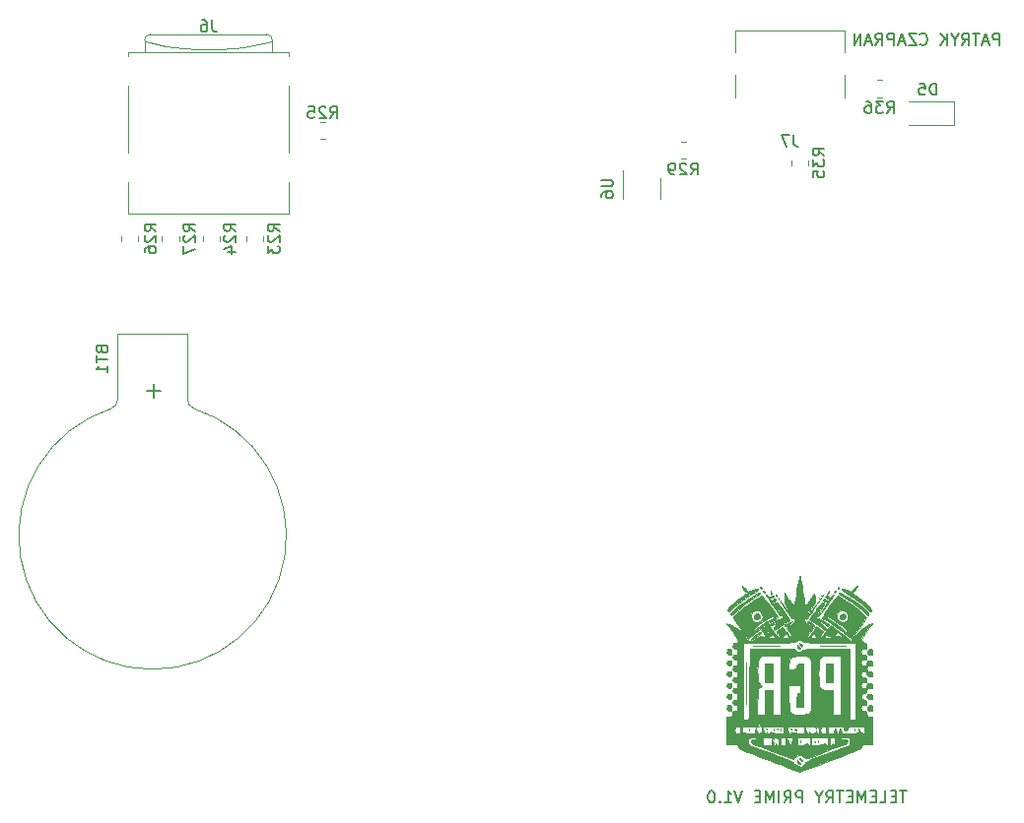
<source format=gbr>
%TF.GenerationSoftware,KiCad,Pcbnew,(5.1.12)-1*%
%TF.CreationDate,2022-03-21T20:12:08+01:00*%
%TF.ProjectId,TelemetryPrimePCB,54656c65-6d65-4747-9279-5072696d6550,rev?*%
%TF.SameCoordinates,Original*%
%TF.FileFunction,Legend,Bot*%
%TF.FilePolarity,Positive*%
%FSLAX46Y46*%
G04 Gerber Fmt 4.6, Leading zero omitted, Abs format (unit mm)*
G04 Created by KiCad (PCBNEW (5.1.12)-1) date 2022-03-21 20:12:08*
%MOMM*%
%LPD*%
G01*
G04 APERTURE LIST*
%ADD10C,0.150000*%
%ADD11C,0.120000*%
%ADD12C,0.010000*%
G04 APERTURE END LIST*
D10*
X180721428Y-120252380D02*
X180150000Y-120252380D01*
X180435714Y-121252380D02*
X180435714Y-120252380D01*
X179816666Y-120728571D02*
X179483333Y-120728571D01*
X179340476Y-121252380D02*
X179816666Y-121252380D01*
X179816666Y-120252380D01*
X179340476Y-120252380D01*
X178435714Y-121252380D02*
X178911904Y-121252380D01*
X178911904Y-120252380D01*
X178102380Y-120728571D02*
X177769047Y-120728571D01*
X177626190Y-121252380D02*
X178102380Y-121252380D01*
X178102380Y-120252380D01*
X177626190Y-120252380D01*
X177197619Y-121252380D02*
X177197619Y-120252380D01*
X176864285Y-120966666D01*
X176530952Y-120252380D01*
X176530952Y-121252380D01*
X176054761Y-120728571D02*
X175721428Y-120728571D01*
X175578571Y-121252380D02*
X176054761Y-121252380D01*
X176054761Y-120252380D01*
X175578571Y-120252380D01*
X175292857Y-120252380D02*
X174721428Y-120252380D01*
X175007142Y-121252380D02*
X175007142Y-120252380D01*
X173816666Y-121252380D02*
X174150000Y-120776190D01*
X174388095Y-121252380D02*
X174388095Y-120252380D01*
X174007142Y-120252380D01*
X173911904Y-120300000D01*
X173864285Y-120347619D01*
X173816666Y-120442857D01*
X173816666Y-120585714D01*
X173864285Y-120680952D01*
X173911904Y-120728571D01*
X174007142Y-120776190D01*
X174388095Y-120776190D01*
X173197619Y-120776190D02*
X173197619Y-121252380D01*
X173530952Y-120252380D02*
X173197619Y-120776190D01*
X172864285Y-120252380D01*
X171769047Y-121252380D02*
X171769047Y-120252380D01*
X171388095Y-120252380D01*
X171292857Y-120300000D01*
X171245238Y-120347619D01*
X171197619Y-120442857D01*
X171197619Y-120585714D01*
X171245238Y-120680952D01*
X171292857Y-120728571D01*
X171388095Y-120776190D01*
X171769047Y-120776190D01*
X170197619Y-121252380D02*
X170530952Y-120776190D01*
X170769047Y-121252380D02*
X170769047Y-120252380D01*
X170388095Y-120252380D01*
X170292857Y-120300000D01*
X170245238Y-120347619D01*
X170197619Y-120442857D01*
X170197619Y-120585714D01*
X170245238Y-120680952D01*
X170292857Y-120728571D01*
X170388095Y-120776190D01*
X170769047Y-120776190D01*
X169769047Y-121252380D02*
X169769047Y-120252380D01*
X169292857Y-121252380D02*
X169292857Y-120252380D01*
X168959523Y-120966666D01*
X168626190Y-120252380D01*
X168626190Y-121252380D01*
X168150000Y-120728571D02*
X167816666Y-120728571D01*
X167673809Y-121252380D02*
X168150000Y-121252380D01*
X168150000Y-120252380D01*
X167673809Y-120252380D01*
X166626190Y-120252380D02*
X166292857Y-121252380D01*
X165959523Y-120252380D01*
X165102380Y-121252380D02*
X165673809Y-121252380D01*
X165388095Y-121252380D02*
X165388095Y-120252380D01*
X165483333Y-120395238D01*
X165578571Y-120490476D01*
X165673809Y-120538095D01*
X164673809Y-121157142D02*
X164626190Y-121204761D01*
X164673809Y-121252380D01*
X164721428Y-121204761D01*
X164673809Y-121157142D01*
X164673809Y-121252380D01*
X164007142Y-120252380D02*
X163911904Y-120252380D01*
X163816666Y-120300000D01*
X163769047Y-120347619D01*
X163721428Y-120442857D01*
X163673809Y-120633333D01*
X163673809Y-120871428D01*
X163721428Y-121061904D01*
X163769047Y-121157142D01*
X163816666Y-121204761D01*
X163911904Y-121252380D01*
X164007142Y-121252380D01*
X164102380Y-121204761D01*
X164150000Y-121157142D01*
X164197619Y-121061904D01*
X164245238Y-120871428D01*
X164245238Y-120633333D01*
X164197619Y-120442857D01*
X164150000Y-120347619D01*
X164102380Y-120300000D01*
X164007142Y-120252380D01*
X188688095Y-56102380D02*
X188688095Y-55102380D01*
X188307142Y-55102380D01*
X188211904Y-55150000D01*
X188164285Y-55197619D01*
X188116666Y-55292857D01*
X188116666Y-55435714D01*
X188164285Y-55530952D01*
X188211904Y-55578571D01*
X188307142Y-55626190D01*
X188688095Y-55626190D01*
X187735714Y-55816666D02*
X187259523Y-55816666D01*
X187830952Y-56102380D02*
X187497619Y-55102380D01*
X187164285Y-56102380D01*
X186973809Y-55102380D02*
X186402380Y-55102380D01*
X186688095Y-56102380D02*
X186688095Y-55102380D01*
X185497619Y-56102380D02*
X185830952Y-55626190D01*
X186069047Y-56102380D02*
X186069047Y-55102380D01*
X185688095Y-55102380D01*
X185592857Y-55150000D01*
X185545238Y-55197619D01*
X185497619Y-55292857D01*
X185497619Y-55435714D01*
X185545238Y-55530952D01*
X185592857Y-55578571D01*
X185688095Y-55626190D01*
X186069047Y-55626190D01*
X184878571Y-55626190D02*
X184878571Y-56102380D01*
X185211904Y-55102380D02*
X184878571Y-55626190D01*
X184545238Y-55102380D01*
X184211904Y-56102380D02*
X184211904Y-55102380D01*
X183640476Y-56102380D02*
X184069047Y-55530952D01*
X183640476Y-55102380D02*
X184211904Y-55673809D01*
X181878571Y-56007142D02*
X181926190Y-56054761D01*
X182069047Y-56102380D01*
X182164285Y-56102380D01*
X182307142Y-56054761D01*
X182402380Y-55959523D01*
X182450000Y-55864285D01*
X182497619Y-55673809D01*
X182497619Y-55530952D01*
X182450000Y-55340476D01*
X182402380Y-55245238D01*
X182307142Y-55150000D01*
X182164285Y-55102380D01*
X182069047Y-55102380D01*
X181926190Y-55150000D01*
X181878571Y-55197619D01*
X181545238Y-55102380D02*
X180878571Y-55102380D01*
X181545238Y-56102380D01*
X180878571Y-56102380D01*
X180545238Y-55816666D02*
X180069047Y-55816666D01*
X180640476Y-56102380D02*
X180307142Y-55102380D01*
X179973809Y-56102380D01*
X179640476Y-56102380D02*
X179640476Y-55102380D01*
X179259523Y-55102380D01*
X179164285Y-55150000D01*
X179116666Y-55197619D01*
X179069047Y-55292857D01*
X179069047Y-55435714D01*
X179116666Y-55530952D01*
X179164285Y-55578571D01*
X179259523Y-55626190D01*
X179640476Y-55626190D01*
X178069047Y-56102380D02*
X178402380Y-55626190D01*
X178640476Y-56102380D02*
X178640476Y-55102380D01*
X178259523Y-55102380D01*
X178164285Y-55150000D01*
X178116666Y-55197619D01*
X178069047Y-55292857D01*
X178069047Y-55435714D01*
X178116666Y-55530952D01*
X178164285Y-55578571D01*
X178259523Y-55626190D01*
X178640476Y-55626190D01*
X177688095Y-55816666D02*
X177211904Y-55816666D01*
X177783333Y-56102380D02*
X177450000Y-55102380D01*
X177116666Y-56102380D01*
X176783333Y-56102380D02*
X176783333Y-55102380D01*
X176211904Y-56102380D01*
X176211904Y-55102380D01*
D11*
%TO.C,U6*%
X159560000Y-67550000D02*
X159560000Y-69350000D01*
X156340000Y-69350000D02*
X156340000Y-66900000D01*
%TO.C,R36*%
X178172936Y-60585000D02*
X178627064Y-60585000D01*
X178172936Y-59115000D02*
X178627064Y-59115000D01*
%TO.C,R35*%
X170815000Y-66477064D02*
X170815000Y-66022936D01*
X172285000Y-66477064D02*
X172285000Y-66022936D01*
%TO.C,R29*%
X161322936Y-65885000D02*
X161777064Y-65885000D01*
X161322936Y-64415000D02*
X161777064Y-64415000D01*
%TO.C,J7*%
X166000000Y-56750000D02*
X166000000Y-54850000D01*
X166000000Y-60650000D02*
X166000000Y-58650000D01*
X175400000Y-56750000D02*
X175400000Y-54850000D01*
X175400000Y-60650000D02*
X175400000Y-58650000D01*
X166000000Y-54850000D02*
X175400000Y-54850000D01*
%TO.C,D5*%
X184800000Y-60950000D02*
X184800000Y-62950000D01*
X184800000Y-62950000D02*
X180900000Y-62950000D01*
X184800000Y-60950000D02*
X180900000Y-60950000D01*
%TO.C,BT1*%
X118950000Y-80900000D02*
X118950000Y-86600000D01*
X118950000Y-80900000D02*
X112950000Y-80900000D01*
X112950000Y-80900000D02*
X112950000Y-86600000D01*
X115904719Y-109795671D02*
G75*
G03*
X119450000Y-87350000I45281J11495671D01*
G01*
X119476384Y-87351754D02*
G75*
G02*
X118950000Y-86600000I273616J751754D01*
G01*
X115995281Y-109795671D02*
G75*
G02*
X112450000Y-87350000I-45281J11495671D01*
G01*
X112423616Y-87351754D02*
G75*
G03*
X112950000Y-86600000I-273616J751754D01*
G01*
%TO.C,R25*%
X130322936Y-64185000D02*
X130777064Y-64185000D01*
X130322936Y-62715000D02*
X130777064Y-62715000D01*
%TO.C,R24*%
X121735000Y-72977064D02*
X121735000Y-72522936D01*
X120265000Y-72977064D02*
X120265000Y-72522936D01*
%TO.C,R23*%
X124015000Y-72977064D02*
X124015000Y-72522936D01*
X125485000Y-72977064D02*
X125485000Y-72522936D01*
%TO.C,R26*%
X113265000Y-72522936D02*
X113265000Y-72977064D01*
X114735000Y-72522936D02*
X114735000Y-72977064D01*
%TO.C,J6*%
X127660000Y-56690000D02*
X127660000Y-57090000D01*
X127660000Y-59610000D02*
X127660000Y-65390000D01*
X127660000Y-67910000D02*
X127660000Y-70610000D01*
X113840000Y-59610000D02*
X113840000Y-65390000D01*
X113840000Y-56690000D02*
X113840000Y-57090000D01*
X113840000Y-67910000D02*
X113840000Y-70610000D01*
X113840000Y-70610000D02*
X127660000Y-70610000D01*
X127660000Y-56690000D02*
X113840000Y-56690000D01*
X115250000Y-56690000D02*
X115250000Y-55690000D01*
X126250000Y-56690000D02*
X126250000Y-55690000D01*
X125750000Y-55190000D02*
X115750000Y-55190000D01*
X126250000Y-55790000D02*
X125450000Y-55990000D01*
X125450000Y-55990000D02*
X123750000Y-56290000D01*
X123750000Y-56290000D02*
X122950000Y-56390000D01*
X122950000Y-56390000D02*
X121650000Y-56490000D01*
X121650000Y-56490000D02*
X119850000Y-56490000D01*
X119850000Y-56490000D02*
X118550000Y-56390000D01*
X118550000Y-56390000D02*
X117050000Y-56190000D01*
X117050000Y-56190000D02*
X115750000Y-55890000D01*
X115750000Y-55890000D02*
X115250000Y-55790000D01*
X115250000Y-55690000D02*
G75*
G02*
X115750000Y-55190000I500000J0D01*
G01*
X125750000Y-55190000D02*
G75*
G02*
X126250000Y-55690000I0J-500000D01*
G01*
%TO.C,R27*%
X116765000Y-72977064D02*
X116765000Y-72522936D01*
X118235000Y-72977064D02*
X118235000Y-72522936D01*
D12*
%TO.C,G\u002A\u002A\u002A*%
G36*
X167729689Y-105037433D02*
G01*
X167636037Y-105198842D01*
X167631497Y-105368167D01*
X167735875Y-105450900D01*
X167867000Y-105474000D01*
X168035788Y-105433975D01*
X168102504Y-105368167D01*
X168096935Y-105195605D01*
X168002086Y-105035114D01*
X167867000Y-104966000D01*
X167729689Y-105037433D01*
G37*
X167729689Y-105037433D02*
X167636037Y-105198842D01*
X167631497Y-105368167D01*
X167735875Y-105450900D01*
X167867000Y-105474000D01*
X168035788Y-105433975D01*
X168102504Y-105368167D01*
X168096935Y-105195605D01*
X168002086Y-105035114D01*
X167867000Y-104966000D01*
X167729689Y-105037433D01*
G36*
X175133060Y-105022727D02*
G01*
X174997008Y-105137264D01*
X174954308Y-105300134D01*
X174964765Y-105340435D01*
X175081330Y-105446703D01*
X175259155Y-105472864D01*
X175388222Y-105417555D01*
X175445620Y-105260385D01*
X175394418Y-105090273D01*
X175302635Y-105014281D01*
X175133060Y-105022727D01*
G37*
X175133060Y-105022727D02*
X174997008Y-105137264D01*
X174954308Y-105300134D01*
X174964765Y-105340435D01*
X175081330Y-105446703D01*
X175259155Y-105472864D01*
X175388222Y-105417555D01*
X175445620Y-105260385D01*
X175394418Y-105090273D01*
X175302635Y-105014281D01*
X175133060Y-105022727D01*
G36*
X168586667Y-110892667D02*
G01*
X169264000Y-110892667D01*
X169264000Y-109284000D01*
X168586667Y-109284000D01*
X168586667Y-110892667D01*
G37*
X168586667Y-110892667D02*
X169264000Y-110892667D01*
X169264000Y-109284000D01*
X168586667Y-109284000D01*
X168586667Y-110892667D01*
G36*
X173836000Y-110892667D02*
G01*
X174428667Y-110892667D01*
X174428667Y-109284000D01*
X173836000Y-109284000D01*
X173836000Y-110892667D01*
G37*
X173836000Y-110892667D02*
X174428667Y-110892667D01*
X174428667Y-109284000D01*
X173836000Y-109284000D01*
X173836000Y-110892667D01*
G36*
X167932948Y-107777177D02*
G01*
X167761167Y-107781487D01*
X167579647Y-107789090D01*
X167557023Y-107795874D01*
X167682859Y-107801527D01*
X167946719Y-107805738D01*
X168338167Y-107808194D01*
X168671333Y-107808703D01*
X169143456Y-107807616D01*
X169495075Y-107804562D01*
X169715756Y-107799854D01*
X169795062Y-107793804D01*
X169722558Y-107786723D01*
X169581500Y-107781487D01*
X169066948Y-107772102D01*
X168483885Y-107770665D01*
X167932948Y-107777177D01*
G37*
X167932948Y-107777177D02*
X167761167Y-107781487D01*
X167579647Y-107789090D01*
X167557023Y-107795874D01*
X167682859Y-107801527D01*
X167946719Y-107805738D01*
X168338167Y-107808194D01*
X168671333Y-107808703D01*
X169143456Y-107807616D01*
X169495075Y-107804562D01*
X169715756Y-107799854D01*
X169795062Y-107793804D01*
X169722558Y-107786723D01*
X169581500Y-107781487D01*
X169066948Y-107772102D01*
X168483885Y-107770665D01*
X167932948Y-107777177D01*
G36*
X171473900Y-107615821D02*
G01*
X171566933Y-107743067D01*
X171706453Y-107836207D01*
X171793657Y-107811422D01*
X171804000Y-107762979D01*
X171737938Y-107662999D01*
X171634667Y-107590667D01*
X171496530Y-107550725D01*
X171473900Y-107615821D01*
G37*
X171473900Y-107615821D02*
X171566933Y-107743067D01*
X171706453Y-107836207D01*
X171793657Y-107811422D01*
X171804000Y-107762979D01*
X171737938Y-107662999D01*
X171634667Y-107590667D01*
X171496530Y-107550725D01*
X171473900Y-107615821D01*
G36*
X173650350Y-107776900D02*
G01*
X173471565Y-107781566D01*
X173300265Y-107789308D01*
X173287385Y-107796191D01*
X173422010Y-107801890D01*
X173693229Y-107806079D01*
X174090127Y-107808433D01*
X174386333Y-107808829D01*
X174850609Y-107807682D01*
X175192725Y-107804532D01*
X175402473Y-107799701D01*
X175469642Y-107793515D01*
X175384024Y-107786297D01*
X175249565Y-107781440D01*
X174743906Y-107772110D01*
X174179083Y-107770599D01*
X173650350Y-107776900D01*
G37*
X173650350Y-107776900D02*
X173471565Y-107781566D01*
X173300265Y-107789308D01*
X173287385Y-107796191D01*
X173422010Y-107801890D01*
X173693229Y-107806079D01*
X174090127Y-107808433D01*
X174386333Y-107808829D01*
X174850609Y-107807682D01*
X175192725Y-107804532D01*
X175402473Y-107799701D01*
X175469642Y-107793515D01*
X175384024Y-107786297D01*
X175249565Y-107781440D01*
X174743906Y-107772110D01*
X174179083Y-107770599D01*
X173650350Y-107776900D01*
G36*
X171299775Y-107740996D02*
G01*
X171325217Y-107883348D01*
X171442894Y-107997643D01*
X171518132Y-108014000D01*
X171609181Y-108000874D01*
X171585150Y-107934447D01*
X171507197Y-107844147D01*
X171367303Y-107725772D01*
X171299775Y-107740996D01*
G37*
X171299775Y-107740996D02*
X171325217Y-107883348D01*
X171442894Y-107997643D01*
X171518132Y-108014000D01*
X171609181Y-108000874D01*
X171585150Y-107934447D01*
X171507197Y-107844147D01*
X171367303Y-107725772D01*
X171299775Y-107740996D01*
G36*
X166921314Y-109235257D02*
G01*
X166915755Y-109455097D01*
X166914636Y-109516833D01*
X166907133Y-110154343D01*
X166904237Y-110881591D01*
X166905950Y-111619046D01*
X166912271Y-112287175D01*
X166914636Y-112437833D01*
X166920269Y-112689528D01*
X166925466Y-112780129D01*
X166930084Y-112717874D01*
X166933980Y-112511001D01*
X166937012Y-112167750D01*
X166939037Y-111696359D01*
X166939913Y-111105067D01*
X166939938Y-110977333D01*
X166939301Y-110363762D01*
X166937488Y-109868497D01*
X166934640Y-109499775D01*
X166930899Y-109265835D01*
X166926410Y-109174916D01*
X166921314Y-109235257D01*
G37*
X166921314Y-109235257D02*
X166915755Y-109455097D01*
X166914636Y-109516833D01*
X166907133Y-110154343D01*
X166904237Y-110881591D01*
X166905950Y-111619046D01*
X166912271Y-112287175D01*
X166914636Y-112437833D01*
X166920269Y-112689528D01*
X166925466Y-112780129D01*
X166930084Y-112717874D01*
X166933980Y-112511001D01*
X166937012Y-112167750D01*
X166939037Y-111696359D01*
X166939913Y-111105067D01*
X166939938Y-110977333D01*
X166939301Y-110363762D01*
X166937488Y-109868497D01*
X166934640Y-109499775D01*
X166930899Y-109265835D01*
X166926410Y-109174916D01*
X166921314Y-109235257D01*
G36*
X167175556Y-114900222D02*
G01*
X167165423Y-115000702D01*
X167175556Y-115013111D01*
X167225890Y-115001489D01*
X167232000Y-114956667D01*
X167201022Y-114886976D01*
X167175556Y-114900222D01*
G37*
X167175556Y-114900222D02*
X167165423Y-115000702D01*
X167175556Y-115013111D01*
X167225890Y-115001489D01*
X167232000Y-114956667D01*
X167201022Y-114886976D01*
X167175556Y-114900222D01*
G36*
X168671333Y-114914333D02*
G01*
X168713667Y-114956667D01*
X168756000Y-114914333D01*
X168713667Y-114872000D01*
X168671333Y-114914333D01*
G37*
X168671333Y-114914333D02*
X168713667Y-114956667D01*
X168756000Y-114914333D01*
X168713667Y-114872000D01*
X168671333Y-114914333D01*
G36*
X169602667Y-114914333D02*
G01*
X169645000Y-114956667D01*
X169687333Y-114914333D01*
X169645000Y-114872000D01*
X169602667Y-114914333D01*
G37*
X169602667Y-114914333D02*
X169645000Y-114956667D01*
X169687333Y-114914333D01*
X169645000Y-114872000D01*
X169602667Y-114914333D01*
G36*
X169292222Y-114900222D02*
G01*
X169282089Y-115000702D01*
X169292222Y-115013111D01*
X169342557Y-115001489D01*
X169348667Y-114956667D01*
X169317689Y-114886976D01*
X169292222Y-114900222D01*
G37*
X169292222Y-114900222D02*
X169282089Y-115000702D01*
X169292222Y-115013111D01*
X169342557Y-115001489D01*
X169348667Y-114956667D01*
X169317689Y-114886976D01*
X169292222Y-114900222D01*
G36*
X169884889Y-114900222D02*
G01*
X169874756Y-115000702D01*
X169884889Y-115013111D01*
X169935223Y-115001489D01*
X169941333Y-114956667D01*
X169910355Y-114886976D01*
X169884889Y-114900222D01*
G37*
X169884889Y-114900222D02*
X169874756Y-115000702D01*
X169884889Y-115013111D01*
X169935223Y-115001489D01*
X169941333Y-114956667D01*
X169910355Y-114886976D01*
X169884889Y-114900222D01*
G36*
X170788000Y-114914333D02*
G01*
X170830333Y-114956667D01*
X170872667Y-114914333D01*
X170830333Y-114872000D01*
X170788000Y-114914333D01*
G37*
X170788000Y-114914333D02*
X170830333Y-114956667D01*
X170872667Y-114914333D01*
X170830333Y-114872000D01*
X170788000Y-114914333D01*
G36*
X171127638Y-114937506D02*
G01*
X171126667Y-114956667D01*
X171191755Y-115038080D01*
X171216330Y-115041333D01*
X171266896Y-114989463D01*
X171253667Y-114956667D01*
X171177585Y-114875896D01*
X171164003Y-114872000D01*
X171127638Y-114937506D01*
G37*
X171127638Y-114937506D02*
X171126667Y-114956667D01*
X171191755Y-115038080D01*
X171216330Y-115041333D01*
X171266896Y-114989463D01*
X171253667Y-114956667D01*
X171177585Y-114875896D01*
X171164003Y-114872000D01*
X171127638Y-114937506D01*
G36*
X176234889Y-114900222D02*
G01*
X176224756Y-115000702D01*
X176234889Y-115013111D01*
X176285223Y-115001489D01*
X176291333Y-114956667D01*
X176260355Y-114886976D01*
X176234889Y-114900222D01*
G37*
X176234889Y-114900222D02*
X176224756Y-115000702D01*
X176234889Y-115013111D01*
X176285223Y-115001489D01*
X176291333Y-114956667D01*
X176260355Y-114886976D01*
X176234889Y-114900222D01*
G36*
X171578222Y-115916222D02*
G01*
X171568089Y-116016702D01*
X171578222Y-116029111D01*
X171628557Y-116017489D01*
X171634667Y-115972667D01*
X171603689Y-115902976D01*
X171578222Y-115916222D01*
G37*
X171578222Y-115916222D02*
X171568089Y-116016702D01*
X171578222Y-116029111D01*
X171628557Y-116017489D01*
X171634667Y-115972667D01*
X171603689Y-115902976D01*
X171578222Y-115916222D01*
G36*
X172820000Y-116015000D02*
G01*
X172862333Y-116057333D01*
X172904667Y-116015000D01*
X172862333Y-115972667D01*
X172820000Y-116015000D01*
G37*
X172820000Y-116015000D02*
X172862333Y-116057333D01*
X172904667Y-116015000D01*
X172862333Y-115972667D01*
X172820000Y-116015000D01*
G36*
X173102222Y-115916222D02*
G01*
X173092089Y-116016702D01*
X173102222Y-116029111D01*
X173152557Y-116017489D01*
X173158667Y-115972667D01*
X173127689Y-115902976D01*
X173102222Y-115916222D01*
G37*
X173102222Y-115916222D02*
X173092089Y-116016702D01*
X173102222Y-116029111D01*
X173152557Y-116017489D01*
X173158667Y-115972667D01*
X173127689Y-115902976D01*
X173102222Y-115916222D01*
G36*
X171505102Y-117428676D02*
G01*
X171529362Y-117507369D01*
X171634148Y-117623197D01*
X171755667Y-117706676D01*
X171804000Y-117689489D01*
X171751994Y-117577729D01*
X171639541Y-117468599D01*
X171531988Y-117419119D01*
X171505102Y-117428676D01*
G37*
X171505102Y-117428676D02*
X171529362Y-117507369D01*
X171634148Y-117623197D01*
X171755667Y-117706676D01*
X171804000Y-117689489D01*
X171751994Y-117577729D01*
X171639541Y-117468599D01*
X171531988Y-117419119D01*
X171505102Y-117428676D01*
G36*
X171299775Y-117646996D02*
G01*
X171325217Y-117789348D01*
X171442894Y-117903643D01*
X171518132Y-117920000D01*
X171609181Y-117906874D01*
X171585150Y-117840447D01*
X171507197Y-117750147D01*
X171367303Y-117631772D01*
X171299775Y-117646996D01*
G37*
X171299775Y-117646996D02*
X171325217Y-117789348D01*
X171442894Y-117903643D01*
X171518132Y-117920000D01*
X171609181Y-117906874D01*
X171585150Y-117840447D01*
X171507197Y-117750147D01*
X171367303Y-117631772D01*
X171299775Y-117646996D01*
G36*
X168107437Y-102732166D02*
G01*
X168121000Y-102764667D01*
X168233159Y-102846172D01*
X168257994Y-102849333D01*
X168303897Y-102797167D01*
X168290333Y-102764667D01*
X168178174Y-102683161D01*
X168153340Y-102680000D01*
X168107437Y-102732166D01*
G37*
X168107437Y-102732166D02*
X168121000Y-102764667D01*
X168233159Y-102846172D01*
X168257994Y-102849333D01*
X168303897Y-102797167D01*
X168290333Y-102764667D01*
X168178174Y-102683161D01*
X168153340Y-102680000D01*
X168107437Y-102732166D01*
G36*
X174836478Y-102746322D02*
G01*
X174771789Y-102854092D01*
X174780033Y-102890255D01*
X174868493Y-102887635D01*
X174880222Y-102877555D01*
X174936044Y-102747213D01*
X174936667Y-102733622D01*
X174893711Y-102702142D01*
X174836478Y-102746322D01*
G37*
X174836478Y-102746322D02*
X174771789Y-102854092D01*
X174780033Y-102890255D01*
X174868493Y-102887635D01*
X174880222Y-102877555D01*
X174936044Y-102747213D01*
X174936667Y-102733622D01*
X174893711Y-102702142D01*
X174836478Y-102746322D01*
G36*
X166621639Y-102722333D02*
G01*
X166795430Y-103008764D01*
X166928271Y-103138501D01*
X167015888Y-103110526D01*
X167056488Y-103008953D01*
X167049978Y-102991867D01*
X166972973Y-102931696D01*
X166819447Y-102802140D01*
X166776009Y-102764667D01*
X166627148Y-102642634D01*
X166582853Y-102632238D01*
X166621639Y-102722333D01*
G37*
X166621639Y-102722333D02*
X166795430Y-103008764D01*
X166928271Y-103138501D01*
X167015888Y-103110526D01*
X167056488Y-103008953D01*
X167049978Y-102991867D01*
X166972973Y-102931696D01*
X166819447Y-102802140D01*
X166776009Y-102764667D01*
X166627148Y-102642634D01*
X166582853Y-102632238D01*
X166621639Y-102722333D01*
G36*
X168361437Y-103070832D02*
G01*
X168375000Y-103103333D01*
X168487159Y-103184839D01*
X168511994Y-103188000D01*
X168557897Y-103135834D01*
X168544333Y-103103333D01*
X168432174Y-103021827D01*
X168407340Y-103018667D01*
X168361437Y-103070832D01*
G37*
X168361437Y-103070832D02*
X168375000Y-103103333D01*
X168487159Y-103184839D01*
X168511994Y-103188000D01*
X168557897Y-103135834D01*
X168544333Y-103103333D01*
X168432174Y-103021827D01*
X168407340Y-103018667D01*
X168361437Y-103070832D01*
G36*
X174598000Y-103061000D02*
G01*
X174517230Y-103137082D01*
X174513333Y-103150663D01*
X174578839Y-103187029D01*
X174598000Y-103188000D01*
X174679413Y-103122912D01*
X174682667Y-103098336D01*
X174630797Y-103047770D01*
X174598000Y-103061000D01*
G37*
X174598000Y-103061000D02*
X174517230Y-103137082D01*
X174513333Y-103150663D01*
X174578839Y-103187029D01*
X174598000Y-103188000D01*
X174679413Y-103122912D01*
X174682667Y-103098336D01*
X174630797Y-103047770D01*
X174598000Y-103061000D01*
G36*
X176374670Y-102652581D02*
G01*
X176186351Y-102826407D01*
X176174937Y-102838265D01*
X176034498Y-103008682D01*
X176021810Y-103101892D01*
X176056534Y-103125074D01*
X176175406Y-103088346D01*
X176324933Y-102931159D01*
X176358883Y-102882142D01*
X176470790Y-102682799D01*
X176472768Y-102605495D01*
X176374670Y-102652581D01*
G37*
X176374670Y-102652581D02*
X176186351Y-102826407D01*
X176174937Y-102838265D01*
X176034498Y-103008682D01*
X176021810Y-103101892D01*
X176056534Y-103125074D01*
X176175406Y-103088346D01*
X176324933Y-102931159D01*
X176358883Y-102882142D01*
X176470790Y-102682799D01*
X176472768Y-102605495D01*
X176374670Y-102652581D01*
G36*
X169012238Y-103120932D02*
G01*
X169011297Y-103166833D01*
X169042155Y-103315485D01*
X169094667Y-103357333D01*
X169175977Y-103308716D01*
X169178037Y-103293833D01*
X169135734Y-103175112D01*
X169094667Y-103103333D01*
X169032907Y-103036841D01*
X169012238Y-103120932D01*
G37*
X169012238Y-103120932D02*
X169011297Y-103166833D01*
X169042155Y-103315485D01*
X169094667Y-103357333D01*
X169175977Y-103308716D01*
X169178037Y-103293833D01*
X169135734Y-103175112D01*
X169094667Y-103103333D01*
X169032907Y-103036841D01*
X169012238Y-103120932D01*
G36*
X173924548Y-103180748D02*
G01*
X173880366Y-103314320D01*
X173908630Y-103357333D01*
X174002146Y-103289397D01*
X174040601Y-103218215D01*
X174070141Y-103069378D01*
X174018703Y-103055454D01*
X173924548Y-103180748D01*
G37*
X173924548Y-103180748D02*
X173880366Y-103314320D01*
X173908630Y-103357333D01*
X174002146Y-103289397D01*
X174040601Y-103218215D01*
X174070141Y-103069378D01*
X174018703Y-103055454D01*
X173924548Y-103180748D01*
G36*
X169462437Y-103409203D02*
G01*
X169475667Y-103442000D01*
X169551749Y-103522770D01*
X169565330Y-103526667D01*
X169601696Y-103461161D01*
X169602667Y-103442000D01*
X169537579Y-103360587D01*
X169513003Y-103357333D01*
X169462437Y-103409203D01*
G37*
X169462437Y-103409203D02*
X169475667Y-103442000D01*
X169551749Y-103522770D01*
X169565330Y-103526667D01*
X169601696Y-103461161D01*
X169602667Y-103442000D01*
X169537579Y-103360587D01*
X169513003Y-103357333D01*
X169462437Y-103409203D01*
G36*
X173510415Y-103391582D02*
G01*
X173420235Y-103470286D01*
X173412667Y-103489330D01*
X173452848Y-103524129D01*
X173536503Y-103446153D01*
X173547752Y-103428918D01*
X173557731Y-103370981D01*
X173510415Y-103391582D01*
G37*
X173510415Y-103391582D02*
X173420235Y-103470286D01*
X173412667Y-103489330D01*
X173452848Y-103524129D01*
X173536503Y-103446153D01*
X173547752Y-103428918D01*
X173557731Y-103370981D01*
X173510415Y-103391582D01*
G36*
X169715556Y-103639555D02*
G01*
X169705423Y-103740035D01*
X169715556Y-103752444D01*
X169765890Y-103740822D01*
X169772000Y-103696000D01*
X169741022Y-103626310D01*
X169715556Y-103639555D01*
G37*
X169715556Y-103639555D02*
X169705423Y-103740035D01*
X169715556Y-103752444D01*
X169765890Y-103740822D01*
X169772000Y-103696000D01*
X169741022Y-103626310D01*
X169715556Y-103639555D01*
G36*
X173341082Y-103645582D02*
G01*
X173250902Y-103724286D01*
X173243333Y-103743330D01*
X173283514Y-103778129D01*
X173367170Y-103700153D01*
X173378418Y-103682918D01*
X173388398Y-103624981D01*
X173341082Y-103645582D01*
G37*
X173341082Y-103645582D02*
X173250902Y-103724286D01*
X173243333Y-103743330D01*
X173283514Y-103778129D01*
X173367170Y-103700153D01*
X173378418Y-103682918D01*
X173388398Y-103624981D01*
X173341082Y-103645582D01*
G36*
X167773550Y-102834952D02*
G01*
X167566700Y-102910635D01*
X167279102Y-103068648D01*
X166938904Y-103287485D01*
X166574253Y-103545642D01*
X166213296Y-103821615D01*
X165884182Y-104093898D01*
X165615056Y-104340988D01*
X165434067Y-104541380D01*
X165369333Y-104671774D01*
X165414298Y-104810651D01*
X165518099Y-104807839D01*
X165600296Y-104717426D01*
X165720354Y-104587451D01*
X165949132Y-104389298D01*
X166253755Y-104147659D01*
X166601352Y-103887227D01*
X166959047Y-103632696D01*
X167293968Y-103408759D01*
X167548936Y-103253681D01*
X167796240Y-103091198D01*
X167936048Y-102952684D01*
X167957825Y-102857782D01*
X167851034Y-102826134D01*
X167773550Y-102834952D01*
G37*
X167773550Y-102834952D02*
X167566700Y-102910635D01*
X167279102Y-103068648D01*
X166938904Y-103287485D01*
X166574253Y-103545642D01*
X166213296Y-103821615D01*
X165884182Y-104093898D01*
X165615056Y-104340988D01*
X165434067Y-104541380D01*
X165369333Y-104671774D01*
X165414298Y-104810651D01*
X165518099Y-104807839D01*
X165600296Y-104717426D01*
X165720354Y-104587451D01*
X165949132Y-104389298D01*
X166253755Y-104147659D01*
X166601352Y-103887227D01*
X166959047Y-103632696D01*
X167293968Y-103408759D01*
X167548936Y-103253681D01*
X167796240Y-103091198D01*
X167936048Y-102952684D01*
X167957825Y-102857782D01*
X167851034Y-102826134D01*
X167773550Y-102834952D01*
G36*
X175121729Y-102867471D02*
G01*
X175115073Y-102944064D01*
X175229336Y-103058371D01*
X175479282Y-103223766D01*
X175582883Y-103285318D01*
X176248548Y-103707840D01*
X176831014Y-104157889D01*
X177232252Y-104521282D01*
X177447999Y-104718599D01*
X177577051Y-104806777D01*
X177648281Y-104800443D01*
X177679172Y-104747677D01*
X177651721Y-104603276D01*
X177504419Y-104397552D01*
X177263402Y-104149721D01*
X176954809Y-103879000D01*
X176604779Y-103604606D01*
X176239448Y-103345754D01*
X175884955Y-103121661D01*
X175567438Y-102951543D01*
X175313035Y-102854617D01*
X175147884Y-102850099D01*
X175121729Y-102867471D01*
G37*
X175121729Y-102867471D02*
X175115073Y-102944064D01*
X175229336Y-103058371D01*
X175479282Y-103223766D01*
X175582883Y-103285318D01*
X176248548Y-103707840D01*
X176831014Y-104157889D01*
X177232252Y-104521282D01*
X177447999Y-104718599D01*
X177577051Y-104806777D01*
X177648281Y-104800443D01*
X177679172Y-104747677D01*
X177651721Y-104603276D01*
X177504419Y-104397552D01*
X177263402Y-104149721D01*
X176954809Y-103879000D01*
X176604779Y-103604606D01*
X176239448Y-103345754D01*
X175884955Y-103121661D01*
X175567438Y-102951543D01*
X175313035Y-102854617D01*
X175147884Y-102850099D01*
X175121729Y-102867471D01*
G36*
X168068207Y-103187990D02*
G01*
X167872091Y-103280743D01*
X167579964Y-103451513D01*
X167228967Y-103678105D01*
X166726578Y-104025086D01*
X166296404Y-104343458D01*
X165953812Y-104620318D01*
X165714166Y-104842762D01*
X165592830Y-104997888D01*
X165585641Y-105058175D01*
X165653901Y-105123051D01*
X165750389Y-105101393D01*
X165903784Y-104978007D01*
X166092984Y-104789402D01*
X166302245Y-104600477D01*
X166610282Y-104356202D01*
X166972250Y-104090939D01*
X167274333Y-103884188D01*
X167604963Y-103665704D01*
X167880355Y-103483570D01*
X168071879Y-103356731D01*
X168150906Y-103304133D01*
X168150986Y-103304077D01*
X168157409Y-103219236D01*
X168147953Y-103184192D01*
X168068207Y-103187990D01*
G37*
X168068207Y-103187990D02*
X167872091Y-103280743D01*
X167579964Y-103451513D01*
X167228967Y-103678105D01*
X166726578Y-104025086D01*
X166296404Y-104343458D01*
X165953812Y-104620318D01*
X165714166Y-104842762D01*
X165592830Y-104997888D01*
X165585641Y-105058175D01*
X165653901Y-105123051D01*
X165750389Y-105101393D01*
X165903784Y-104978007D01*
X166092984Y-104789402D01*
X166302245Y-104600477D01*
X166610282Y-104356202D01*
X166972250Y-104090939D01*
X167274333Y-103884188D01*
X167604963Y-103665704D01*
X167880355Y-103483570D01*
X168071879Y-103356731D01*
X168150906Y-103304133D01*
X168150986Y-103304077D01*
X168157409Y-103219236D01*
X168147953Y-103184192D01*
X168068207Y-103187990D01*
G36*
X174889071Y-103196514D02*
G01*
X174857831Y-103292907D01*
X174864689Y-103305565D01*
X174948693Y-103355620D01*
X175135127Y-103462593D01*
X175317667Y-103566053D01*
X175692441Y-103795633D01*
X176105944Y-104077819D01*
X176510826Y-104377660D01*
X176859734Y-104660204D01*
X177090341Y-104874558D01*
X177299885Y-105070535D01*
X177425468Y-105127233D01*
X177475130Y-105047532D01*
X177476667Y-105012929D01*
X177412150Y-104898713D01*
X177235872Y-104720735D01*
X176973739Y-104497181D01*
X176651659Y-104246237D01*
X176295539Y-103986090D01*
X175931286Y-103734924D01*
X175584807Y-103510926D01*
X175282010Y-103332283D01*
X175048801Y-103217180D01*
X174911088Y-103183804D01*
X174889071Y-103196514D01*
G37*
X174889071Y-103196514D02*
X174857831Y-103292907D01*
X174864689Y-103305565D01*
X174948693Y-103355620D01*
X175135127Y-103462593D01*
X175317667Y-103566053D01*
X175692441Y-103795633D01*
X176105944Y-104077819D01*
X176510826Y-104377660D01*
X176859734Y-104660204D01*
X177090341Y-104874558D01*
X177299885Y-105070535D01*
X177425468Y-105127233D01*
X177475130Y-105047532D01*
X177476667Y-105012929D01*
X177412150Y-104898713D01*
X177235872Y-104720735D01*
X176973739Y-104497181D01*
X176651659Y-104246237D01*
X176295539Y-103986090D01*
X175931286Y-103734924D01*
X175584807Y-103510926D01*
X175282010Y-103332283D01*
X175048801Y-103217180D01*
X174911088Y-103183804D01*
X174889071Y-103196514D01*
G36*
X174384276Y-103387935D02*
G01*
X174267364Y-103516021D01*
X174266561Y-103517084D01*
X174155251Y-103644289D01*
X174092906Y-103639090D01*
X174063342Y-103579319D01*
X173969575Y-103474468D01*
X173843368Y-103443727D01*
X173758034Y-103497605D01*
X173751333Y-103534593D01*
X173822017Y-103628217D01*
X173920667Y-103671468D01*
X174057779Y-103732502D01*
X174090000Y-103776430D01*
X174036105Y-103885550D01*
X173888324Y-103867514D01*
X173791803Y-103813993D01*
X173625720Y-103742448D01*
X173546979Y-103768835D01*
X173578033Y-103850909D01*
X173712962Y-103923098D01*
X173929645Y-103995326D01*
X173499617Y-104607663D01*
X173316924Y-104878102D01*
X173189249Y-105087466D01*
X173134617Y-105205108D01*
X173139460Y-105220000D01*
X173211543Y-105154551D01*
X173359381Y-104975443D01*
X173562764Y-104708530D01*
X173801482Y-104379666D01*
X173850913Y-104309833D01*
X174085858Y-103969773D01*
X174276317Y-103681072D01*
X174405282Y-103470523D01*
X174455744Y-103364917D01*
X174454791Y-103358598D01*
X174384276Y-103387935D01*
G37*
X174384276Y-103387935D02*
X174267364Y-103516021D01*
X174266561Y-103517084D01*
X174155251Y-103644289D01*
X174092906Y-103639090D01*
X174063342Y-103579319D01*
X173969575Y-103474468D01*
X173843368Y-103443727D01*
X173758034Y-103497605D01*
X173751333Y-103534593D01*
X173822017Y-103628217D01*
X173920667Y-103671468D01*
X174057779Y-103732502D01*
X174090000Y-103776430D01*
X174036105Y-103885550D01*
X173888324Y-103867514D01*
X173791803Y-103813993D01*
X173625720Y-103742448D01*
X173546979Y-103768835D01*
X173578033Y-103850909D01*
X173712962Y-103923098D01*
X173929645Y-103995326D01*
X173499617Y-104607663D01*
X173316924Y-104878102D01*
X173189249Y-105087466D01*
X173134617Y-105205108D01*
X173139460Y-105220000D01*
X173211543Y-105154551D01*
X173359381Y-104975443D01*
X173562764Y-104708530D01*
X173801482Y-104379666D01*
X173850913Y-104309833D01*
X174085858Y-103969773D01*
X174276317Y-103681072D01*
X174405282Y-103470523D01*
X174455744Y-103364917D01*
X174454791Y-103358598D01*
X174384276Y-103387935D01*
G36*
X169876459Y-103901986D02*
G01*
X169904847Y-103982722D01*
X170012243Y-104166090D01*
X170178005Y-104417808D01*
X170246025Y-104515761D01*
X170532041Y-104919732D01*
X170734500Y-105198793D01*
X170865079Y-105368049D01*
X170935454Y-105442604D01*
X170957304Y-105437564D01*
X170957333Y-105435905D01*
X170912800Y-105340772D01*
X170794998Y-105150756D01*
X170627631Y-104899490D01*
X170434399Y-104620610D01*
X170239004Y-104347752D01*
X170065146Y-104114552D01*
X169936526Y-103954644D01*
X169876847Y-103901665D01*
X169876459Y-103901986D01*
G37*
X169876459Y-103901986D02*
X169904847Y-103982722D01*
X170012243Y-104166090D01*
X170178005Y-104417808D01*
X170246025Y-104515761D01*
X170532041Y-104919732D01*
X170734500Y-105198793D01*
X170865079Y-105368049D01*
X170935454Y-105442604D01*
X170957304Y-105437564D01*
X170957333Y-105435905D01*
X170912800Y-105340772D01*
X170794998Y-105150756D01*
X170627631Y-104899490D01*
X170434399Y-104620610D01*
X170239004Y-104347752D01*
X170065146Y-104114552D01*
X169936526Y-103954644D01*
X169876847Y-103901665D01*
X169876459Y-103901986D01*
G36*
X173146240Y-103929958D02*
G01*
X173008309Y-104104256D01*
X172818982Y-104358867D01*
X172671765Y-104563833D01*
X172409604Y-104934888D01*
X172232639Y-105189715D01*
X172127281Y-105349617D01*
X172079940Y-105435900D01*
X172077028Y-105469868D01*
X172091190Y-105474000D01*
X172155093Y-105409375D01*
X172293024Y-105235077D01*
X172482351Y-104980466D01*
X172629568Y-104775500D01*
X172891730Y-104404445D01*
X173068695Y-104149618D01*
X173174053Y-103989716D01*
X173221393Y-103903433D01*
X173224305Y-103869465D01*
X173210144Y-103865333D01*
X173146240Y-103929958D01*
G37*
X173146240Y-103929958D02*
X173008309Y-104104256D01*
X172818982Y-104358867D01*
X172671765Y-104563833D01*
X172409604Y-104934888D01*
X172232639Y-105189715D01*
X172127281Y-105349617D01*
X172079940Y-105435900D01*
X172077028Y-105469868D01*
X172091190Y-105474000D01*
X172155093Y-105409375D01*
X172293024Y-105235077D01*
X172482351Y-104980466D01*
X172629568Y-104775500D01*
X172891730Y-104404445D01*
X173068695Y-104149618D01*
X173174053Y-103989716D01*
X173221393Y-103903433D01*
X173224305Y-103869465D01*
X173210144Y-103865333D01*
X173146240Y-103929958D01*
G36*
X173487056Y-105724339D02*
G01*
X173729980Y-105938291D01*
X173885711Y-106042543D01*
X173982919Y-106050885D01*
X174041943Y-105991261D01*
X174009713Y-105889515D01*
X173818299Y-105742849D01*
X173471076Y-105553762D01*
X173412667Y-105525227D01*
X173116333Y-105382011D01*
X173487056Y-105724339D01*
G37*
X173487056Y-105724339D02*
X173729980Y-105938291D01*
X173885711Y-106042543D01*
X173982919Y-106050885D01*
X174041943Y-105991261D01*
X174009713Y-105889515D01*
X173818299Y-105742849D01*
X173471076Y-105553762D01*
X173412667Y-105525227D01*
X173116333Y-105382011D01*
X173487056Y-105724339D01*
G36*
X170661000Y-105762410D02*
G01*
X170389858Y-105907370D01*
X170253977Y-106003693D01*
X170232798Y-106069036D01*
X170266866Y-106100882D01*
X170376659Y-106081597D01*
X170550384Y-105968759D01*
X170635738Y-105894974D01*
X170915000Y-105633683D01*
X170661000Y-105762410D01*
G37*
X170661000Y-105762410D02*
X170389858Y-105907370D01*
X170253977Y-106003693D01*
X170232798Y-106069036D01*
X170266866Y-106100882D01*
X170376659Y-106081597D01*
X170550384Y-105968759D01*
X170635738Y-105894974D01*
X170915000Y-105633683D01*
X170661000Y-105762410D01*
G36*
X172215446Y-105729906D02*
G01*
X172342510Y-105851842D01*
X172510220Y-105989636D01*
X172669364Y-106102915D01*
X172770729Y-106151304D01*
X172772018Y-106151333D01*
X172819291Y-106086891D01*
X172820000Y-106073572D01*
X172756662Y-105987603D01*
X172604211Y-105868095D01*
X172418993Y-105750990D01*
X172257357Y-105672231D01*
X172178242Y-105664202D01*
X172215446Y-105729906D01*
G37*
X172215446Y-105729906D02*
X172342510Y-105851842D01*
X172510220Y-105989636D01*
X172669364Y-106102915D01*
X172770729Y-106151304D01*
X172772018Y-106151333D01*
X172819291Y-106086891D01*
X172820000Y-106073572D01*
X172756662Y-105987603D01*
X172604211Y-105868095D01*
X172418993Y-105750990D01*
X172257357Y-105672231D01*
X172178242Y-105664202D01*
X172215446Y-105729906D01*
G36*
X168664038Y-103447370D02*
G01*
X168774810Y-103640359D01*
X168951565Y-103916469D01*
X169177590Y-104248718D01*
X169229676Y-104322991D01*
X169470065Y-104656247D01*
X169676452Y-104927783D01*
X169829633Y-105113403D01*
X169910402Y-105188911D01*
X169916530Y-105188359D01*
X169893995Y-105102668D01*
X169790718Y-104923524D01*
X169645000Y-104712000D01*
X169486879Y-104483907D01*
X169386548Y-104314114D01*
X169365544Y-104243567D01*
X169425488Y-104289060D01*
X169547915Y-104437160D01*
X169704410Y-104647605D01*
X169866556Y-104880134D01*
X170005936Y-105094488D01*
X170094135Y-105250404D01*
X170110667Y-105299283D01*
X170053133Y-105386449D01*
X169902032Y-105551751D01*
X169689614Y-105759996D01*
X169681626Y-105767479D01*
X169454140Y-106002721D01*
X169320873Y-106188741D01*
X169297969Y-106287065D01*
X169337747Y-106361683D01*
X169400824Y-106382918D01*
X169515200Y-106339730D01*
X169708876Y-106221074D01*
X170009853Y-106015908D01*
X170041927Y-105993678D01*
X170311783Y-105804478D01*
X170526140Y-105650342D01*
X170648026Y-105557975D01*
X170660421Y-105546950D01*
X170635696Y-105460527D01*
X170528782Y-105267356D01*
X170357482Y-104997348D01*
X170171270Y-104725113D01*
X169933384Y-104391714D01*
X169768958Y-104177968D01*
X169655841Y-104063767D01*
X169571885Y-104029005D01*
X169494940Y-104053575D01*
X169458064Y-104077674D01*
X169309079Y-104150228D01*
X169232789Y-104144566D01*
X169185127Y-104026765D01*
X169301401Y-103939784D01*
X169348667Y-103925468D01*
X169486082Y-103850882D01*
X169518000Y-103788593D01*
X169469821Y-103702059D01*
X169354473Y-103737353D01*
X169263134Y-103824044D01*
X169144847Y-103904793D01*
X169041100Y-103856010D01*
X168949997Y-103745477D01*
X168928251Y-103654967D01*
X168984592Y-103640193D01*
X169009330Y-103653252D01*
X169145907Y-103660705D01*
X169231869Y-103627632D01*
X169313394Y-103544724D01*
X169270240Y-103488042D01*
X169146995Y-103479162D01*
X169016270Y-103523311D01*
X168867632Y-103564352D01*
X168768380Y-103467114D01*
X168766871Y-103464432D01*
X168680371Y-103364813D01*
X168635961Y-103364483D01*
X168664038Y-103447370D01*
G37*
X168664038Y-103447370D02*
X168774810Y-103640359D01*
X168951565Y-103916469D01*
X169177590Y-104248718D01*
X169229676Y-104322991D01*
X169470065Y-104656247D01*
X169676452Y-104927783D01*
X169829633Y-105113403D01*
X169910402Y-105188911D01*
X169916530Y-105188359D01*
X169893995Y-105102668D01*
X169790718Y-104923524D01*
X169645000Y-104712000D01*
X169486879Y-104483907D01*
X169386548Y-104314114D01*
X169365544Y-104243567D01*
X169425488Y-104289060D01*
X169547915Y-104437160D01*
X169704410Y-104647605D01*
X169866556Y-104880134D01*
X170005936Y-105094488D01*
X170094135Y-105250404D01*
X170110667Y-105299283D01*
X170053133Y-105386449D01*
X169902032Y-105551751D01*
X169689614Y-105759996D01*
X169681626Y-105767479D01*
X169454140Y-106002721D01*
X169320873Y-106188741D01*
X169297969Y-106287065D01*
X169337747Y-106361683D01*
X169400824Y-106382918D01*
X169515200Y-106339730D01*
X169708876Y-106221074D01*
X170009853Y-106015908D01*
X170041927Y-105993678D01*
X170311783Y-105804478D01*
X170526140Y-105650342D01*
X170648026Y-105557975D01*
X170660421Y-105546950D01*
X170635696Y-105460527D01*
X170528782Y-105267356D01*
X170357482Y-104997348D01*
X170171270Y-104725113D01*
X169933384Y-104391714D01*
X169768958Y-104177968D01*
X169655841Y-104063767D01*
X169571885Y-104029005D01*
X169494940Y-104053575D01*
X169458064Y-104077674D01*
X169309079Y-104150228D01*
X169232789Y-104144566D01*
X169185127Y-104026765D01*
X169301401Y-103939784D01*
X169348667Y-103925468D01*
X169486082Y-103850882D01*
X169518000Y-103788593D01*
X169469821Y-103702059D01*
X169354473Y-103737353D01*
X169263134Y-103824044D01*
X169144847Y-103904793D01*
X169041100Y-103856010D01*
X168949997Y-103745477D01*
X168928251Y-103654967D01*
X168984592Y-103640193D01*
X169009330Y-103653252D01*
X169145907Y-103660705D01*
X169231869Y-103627632D01*
X169313394Y-103544724D01*
X169270240Y-103488042D01*
X169146995Y-103479162D01*
X169016270Y-103523311D01*
X168867632Y-103564352D01*
X168768380Y-103467114D01*
X168766871Y-103464432D01*
X168680371Y-103364813D01*
X168635961Y-103364483D01*
X168664038Y-103447370D01*
G36*
X173436165Y-104054087D02*
G01*
X173249288Y-104249992D01*
X172988558Y-104592944D01*
X172915480Y-104696501D01*
X172702118Y-105004316D01*
X172527333Y-105260208D01*
X172412472Y-105432694D01*
X172378469Y-105488440D01*
X172435115Y-105549620D01*
X172596974Y-105676721D01*
X172826876Y-105844004D01*
X173087653Y-106025730D01*
X173342136Y-106196162D01*
X173553155Y-106329561D01*
X173683542Y-106400188D01*
X173702560Y-106405333D01*
X173755004Y-106339422D01*
X173780308Y-106282616D01*
X173743447Y-106154050D01*
X173573643Y-105957195D01*
X173408366Y-105809066D01*
X173190929Y-105607053D01*
X173039453Y-105428176D01*
X172989333Y-105321627D01*
X173035688Y-105186775D01*
X173157223Y-104964445D01*
X173327648Y-104702723D01*
X173328000Y-104702220D01*
X173529114Y-104404313D01*
X173633899Y-104211046D01*
X173651215Y-104094363D01*
X173589921Y-104026206D01*
X173547511Y-104007059D01*
X173436165Y-104054087D01*
G37*
X173436165Y-104054087D02*
X173249288Y-104249992D01*
X172988558Y-104592944D01*
X172915480Y-104696501D01*
X172702118Y-105004316D01*
X172527333Y-105260208D01*
X172412472Y-105432694D01*
X172378469Y-105488440D01*
X172435115Y-105549620D01*
X172596974Y-105676721D01*
X172826876Y-105844004D01*
X173087653Y-106025730D01*
X173342136Y-106196162D01*
X173553155Y-106329561D01*
X173683542Y-106400188D01*
X173702560Y-106405333D01*
X173755004Y-106339422D01*
X173780308Y-106282616D01*
X173743447Y-106154050D01*
X173573643Y-105957195D01*
X173408366Y-105809066D01*
X173190929Y-105607053D01*
X173039453Y-105428176D01*
X172989333Y-105321627D01*
X173035688Y-105186775D01*
X173157223Y-104964445D01*
X173327648Y-104702723D01*
X173328000Y-104702220D01*
X173529114Y-104404313D01*
X173633899Y-104211046D01*
X173651215Y-104094363D01*
X173589921Y-104026206D01*
X173547511Y-104007059D01*
X173436165Y-104054087D01*
G36*
X168218123Y-103489696D02*
G01*
X168007719Y-103613894D01*
X167721238Y-103797978D01*
X167388769Y-104021621D01*
X167040399Y-104264492D01*
X166706217Y-104506264D01*
X166416310Y-104726607D01*
X166358321Y-104772709D01*
X166103890Y-104991720D01*
X165916504Y-105181111D01*
X165824380Y-105311060D01*
X165820881Y-105340737D01*
X165890434Y-105465345D01*
X166031535Y-105681475D01*
X166221615Y-105957852D01*
X166438105Y-106263198D01*
X166658434Y-106566236D01*
X166860034Y-106835689D01*
X167020335Y-107040282D01*
X167116767Y-107148738D01*
X167132372Y-107158200D01*
X167223077Y-107097963D01*
X167381300Y-106958092D01*
X167443667Y-106897770D01*
X167713917Y-106659383D01*
X168087487Y-106369132D01*
X168520553Y-106058952D01*
X168969288Y-105760776D01*
X169202873Y-105615887D01*
X169672273Y-105333229D01*
X169614571Y-105249438D01*
X169347309Y-105249438D01*
X169296047Y-105329797D01*
X169111162Y-105449145D01*
X168942758Y-105533684D01*
X168681447Y-105681027D01*
X168358312Y-105898442D01*
X168037229Y-106142539D01*
X167993729Y-106178326D01*
X167739639Y-106381748D01*
X167536869Y-106528902D01*
X167417793Y-106596891D01*
X167401333Y-106597313D01*
X167437554Y-106525761D01*
X167572485Y-106373585D01*
X167777934Y-106172272D01*
X167801244Y-106150675D01*
X168074290Y-105920864D01*
X168389212Y-105688948D01*
X168707153Y-105479834D01*
X168989255Y-105318432D01*
X168990152Y-105318048D01*
X168374472Y-105318048D01*
X168291948Y-105543123D01*
X168119920Y-105697385D01*
X167896842Y-105761089D01*
X167661170Y-105714486D01*
X167451356Y-105537830D01*
X167428149Y-105504533D01*
X167344757Y-105325817D01*
X167365876Y-105144126D01*
X167400374Y-105052982D01*
X167567930Y-104824521D01*
X167796932Y-104722586D01*
X168039155Y-104747753D01*
X168246373Y-104900597D01*
X168329039Y-105041908D01*
X168374472Y-105318048D01*
X168990152Y-105318048D01*
X169196662Y-105229648D01*
X169253140Y-105220000D01*
X169347309Y-105249438D01*
X169614571Y-105249438D01*
X169023637Y-104391327D01*
X168782207Y-104045830D01*
X168573507Y-103756716D01*
X168416631Y-103549733D01*
X168330672Y-103450629D01*
X168322363Y-103445713D01*
X168218123Y-103489696D01*
G37*
X168218123Y-103489696D02*
X168007719Y-103613894D01*
X167721238Y-103797978D01*
X167388769Y-104021621D01*
X167040399Y-104264492D01*
X166706217Y-104506264D01*
X166416310Y-104726607D01*
X166358321Y-104772709D01*
X166103890Y-104991720D01*
X165916504Y-105181111D01*
X165824380Y-105311060D01*
X165820881Y-105340737D01*
X165890434Y-105465345D01*
X166031535Y-105681475D01*
X166221615Y-105957852D01*
X166438105Y-106263198D01*
X166658434Y-106566236D01*
X166860034Y-106835689D01*
X167020335Y-107040282D01*
X167116767Y-107148738D01*
X167132372Y-107158200D01*
X167223077Y-107097963D01*
X167381300Y-106958092D01*
X167443667Y-106897770D01*
X167713917Y-106659383D01*
X168087487Y-106369132D01*
X168520553Y-106058952D01*
X168969288Y-105760776D01*
X169202873Y-105615887D01*
X169672273Y-105333229D01*
X169614571Y-105249438D01*
X169347309Y-105249438D01*
X169296047Y-105329797D01*
X169111162Y-105449145D01*
X168942758Y-105533684D01*
X168681447Y-105681027D01*
X168358312Y-105898442D01*
X168037229Y-106142539D01*
X167993729Y-106178326D01*
X167739639Y-106381748D01*
X167536869Y-106528902D01*
X167417793Y-106596891D01*
X167401333Y-106597313D01*
X167437554Y-106525761D01*
X167572485Y-106373585D01*
X167777934Y-106172272D01*
X167801244Y-106150675D01*
X168074290Y-105920864D01*
X168389212Y-105688948D01*
X168707153Y-105479834D01*
X168989255Y-105318432D01*
X168990152Y-105318048D01*
X168374472Y-105318048D01*
X168291948Y-105543123D01*
X168119920Y-105697385D01*
X167896842Y-105761089D01*
X167661170Y-105714486D01*
X167451356Y-105537830D01*
X167428149Y-105504533D01*
X167344757Y-105325817D01*
X167365876Y-105144126D01*
X167400374Y-105052982D01*
X167567930Y-104824521D01*
X167796932Y-104722586D01*
X168039155Y-104747753D01*
X168246373Y-104900597D01*
X168329039Y-105041908D01*
X168374472Y-105318048D01*
X168990152Y-105318048D01*
X169196662Y-105229648D01*
X169253140Y-105220000D01*
X169347309Y-105249438D01*
X169614571Y-105249438D01*
X169023637Y-104391327D01*
X168782207Y-104045830D01*
X168573507Y-103756716D01*
X168416631Y-103549733D01*
X168330672Y-103450629D01*
X168322363Y-103445713D01*
X168218123Y-103489696D01*
G36*
X174727104Y-103554313D02*
G01*
X174575598Y-103719919D01*
X174380634Y-103962600D01*
X174163342Y-104252580D01*
X173944858Y-104560085D01*
X173746313Y-104855340D01*
X173588841Y-105108569D01*
X173493574Y-105289998D01*
X173481646Y-105369851D01*
X173483251Y-105370528D01*
X173630080Y-105446423D01*
X173877600Y-105601537D01*
X174191997Y-105812219D01*
X174539454Y-106054822D01*
X174886155Y-106305696D01*
X175198285Y-106541193D01*
X175442028Y-106737664D01*
X175459149Y-106752359D01*
X175693375Y-106951513D01*
X175873425Y-107098455D01*
X175965557Y-107165778D01*
X175970019Y-107167333D01*
X176026918Y-107101888D01*
X176161268Y-106922598D01*
X176354407Y-106655033D01*
X176408989Y-106577753D01*
X175698667Y-106577753D01*
X175687292Y-106638658D01*
X175637155Y-106638457D01*
X175524238Y-106562572D01*
X175324524Y-106396420D01*
X175149994Y-106244669D01*
X174833324Y-105991801D01*
X174482800Y-105748178D01*
X174213935Y-105588503D01*
X173940698Y-105432017D01*
X173777922Y-105309663D01*
X173741631Y-105235584D01*
X173796481Y-105220000D01*
X173953838Y-105268147D01*
X174199301Y-105397074D01*
X174500266Y-105583509D01*
X174824129Y-105804181D01*
X175138288Y-106035817D01*
X175410138Y-106255145D01*
X175607077Y-106438894D01*
X175696502Y-106563792D01*
X175698667Y-106577753D01*
X176408989Y-106577753D01*
X176587674Y-106324762D01*
X176647741Y-106238741D01*
X177294740Y-105310148D01*
X177203844Y-105227074D01*
X175698667Y-105227074D01*
X175629114Y-105490388D01*
X175451277Y-105665063D01*
X175211390Y-105731728D01*
X174955687Y-105671014D01*
X174837500Y-105587878D01*
X174702886Y-105365637D01*
X174711863Y-105108683D01*
X174852000Y-104881333D01*
X175090168Y-104739733D01*
X175338236Y-104738005D01*
X175550023Y-104857289D01*
X175679342Y-105078725D01*
X175698667Y-105227074D01*
X177203844Y-105227074D01*
X176831911Y-104887148D01*
X176579602Y-104672748D01*
X176262639Y-104426858D01*
X175913058Y-104171572D01*
X175562897Y-103928983D01*
X175244193Y-103721185D01*
X174988984Y-103570272D01*
X174829307Y-103498338D01*
X174814017Y-103495558D01*
X174727104Y-103554313D01*
G37*
X174727104Y-103554313D02*
X174575598Y-103719919D01*
X174380634Y-103962600D01*
X174163342Y-104252580D01*
X173944858Y-104560085D01*
X173746313Y-104855340D01*
X173588841Y-105108569D01*
X173493574Y-105289998D01*
X173481646Y-105369851D01*
X173483251Y-105370528D01*
X173630080Y-105446423D01*
X173877600Y-105601537D01*
X174191997Y-105812219D01*
X174539454Y-106054822D01*
X174886155Y-106305696D01*
X175198285Y-106541193D01*
X175442028Y-106737664D01*
X175459149Y-106752359D01*
X175693375Y-106951513D01*
X175873425Y-107098455D01*
X175965557Y-107165778D01*
X175970019Y-107167333D01*
X176026918Y-107101888D01*
X176161268Y-106922598D01*
X176354407Y-106655033D01*
X176408989Y-106577753D01*
X175698667Y-106577753D01*
X175687292Y-106638658D01*
X175637155Y-106638457D01*
X175524238Y-106562572D01*
X175324524Y-106396420D01*
X175149994Y-106244669D01*
X174833324Y-105991801D01*
X174482800Y-105748178D01*
X174213935Y-105588503D01*
X173940698Y-105432017D01*
X173777922Y-105309663D01*
X173741631Y-105235584D01*
X173796481Y-105220000D01*
X173953838Y-105268147D01*
X174199301Y-105397074D01*
X174500266Y-105583509D01*
X174824129Y-105804181D01*
X175138288Y-106035817D01*
X175410138Y-106255145D01*
X175607077Y-106438894D01*
X175696502Y-106563792D01*
X175698667Y-106577753D01*
X176408989Y-106577753D01*
X176587674Y-106324762D01*
X176647741Y-106238741D01*
X177294740Y-105310148D01*
X177203844Y-105227074D01*
X175698667Y-105227074D01*
X175629114Y-105490388D01*
X175451277Y-105665063D01*
X175211390Y-105731728D01*
X174955687Y-105671014D01*
X174837500Y-105587878D01*
X174702886Y-105365637D01*
X174711863Y-105108683D01*
X174852000Y-104881333D01*
X175090168Y-104739733D01*
X175338236Y-104738005D01*
X175550023Y-104857289D01*
X175679342Y-105078725D01*
X175698667Y-105227074D01*
X177203844Y-105227074D01*
X176831911Y-104887148D01*
X176579602Y-104672748D01*
X176262639Y-104426858D01*
X175913058Y-104171572D01*
X175562897Y-103928983D01*
X175244193Y-103721185D01*
X174988984Y-103570272D01*
X174829307Y-103498338D01*
X174814017Y-103495558D01*
X174727104Y-103554313D01*
G36*
X168029255Y-106595465D02*
G01*
X167831819Y-106738337D01*
X167828648Y-106740847D01*
X167610622Y-106924215D01*
X167434855Y-107090918D01*
X167331659Y-107210089D01*
X167327467Y-107251205D01*
X167411710Y-107212050D01*
X167598539Y-107111171D01*
X167800782Y-106997045D01*
X168071112Y-106820921D01*
X168191009Y-106686061D01*
X168193907Y-106616886D01*
X168138799Y-106558766D01*
X168029255Y-106595465D01*
G37*
X168029255Y-106595465D02*
X167831819Y-106738337D01*
X167828648Y-106740847D01*
X167610622Y-106924215D01*
X167434855Y-107090918D01*
X167331659Y-107210089D01*
X167327467Y-107251205D01*
X167411710Y-107212050D01*
X167598539Y-107111171D01*
X167800782Y-106997045D01*
X168071112Y-106820921D01*
X168191009Y-106686061D01*
X168193907Y-106616886D01*
X168138799Y-106558766D01*
X168029255Y-106595465D01*
G36*
X165345061Y-108041337D02*
G01*
X165289722Y-108157545D01*
X165284667Y-108268000D01*
X165307448Y-108449527D01*
X165404288Y-108515934D01*
X165496333Y-108522000D01*
X165647606Y-108494662D01*
X165702945Y-108378454D01*
X165708000Y-108268000D01*
X165685219Y-108086473D01*
X165588379Y-108020066D01*
X165496333Y-108014000D01*
X165345061Y-108041337D01*
G37*
X165345061Y-108041337D02*
X165289722Y-108157545D01*
X165284667Y-108268000D01*
X165307448Y-108449527D01*
X165404288Y-108515934D01*
X165496333Y-108522000D01*
X165647606Y-108494662D01*
X165702945Y-108378454D01*
X165708000Y-108268000D01*
X165685219Y-108086473D01*
X165588379Y-108020066D01*
X165496333Y-108014000D01*
X165345061Y-108041337D01*
G36*
X177582500Y-108029543D02*
G01*
X177408097Y-108083454D01*
X177351214Y-108220851D01*
X177349667Y-108268000D01*
X177386896Y-108430832D01*
X177530832Y-108499105D01*
X177582500Y-108506457D01*
X177744359Y-108506235D01*
X177806432Y-108421706D01*
X177815333Y-108268000D01*
X177798790Y-108085511D01*
X177718322Y-108024056D01*
X177582500Y-108029543D01*
G37*
X177582500Y-108029543D02*
X177408097Y-108083454D01*
X177351214Y-108220851D01*
X177349667Y-108268000D01*
X177386896Y-108430832D01*
X177530832Y-108499105D01*
X177582500Y-108506457D01*
X177744359Y-108506235D01*
X177806432Y-108421706D01*
X177815333Y-108268000D01*
X177798790Y-108085511D01*
X177718322Y-108024056D01*
X177582500Y-108029543D01*
G36*
X165335212Y-109064969D02*
G01*
X165285561Y-109202660D01*
X165284667Y-109241667D01*
X165319636Y-109402788D01*
X165457327Y-109452439D01*
X165496333Y-109453333D01*
X165657455Y-109418364D01*
X165707106Y-109280673D01*
X165708000Y-109241667D01*
X165673031Y-109080545D01*
X165535340Y-109030894D01*
X165496333Y-109030000D01*
X165335212Y-109064969D01*
G37*
X165335212Y-109064969D02*
X165285561Y-109202660D01*
X165284667Y-109241667D01*
X165319636Y-109402788D01*
X165457327Y-109452439D01*
X165496333Y-109453333D01*
X165657455Y-109418364D01*
X165707106Y-109280673D01*
X165708000Y-109241667D01*
X165673031Y-109080545D01*
X165535340Y-109030894D01*
X165496333Y-109030000D01*
X165335212Y-109064969D01*
G36*
X165335212Y-109996303D02*
G01*
X165285561Y-110133993D01*
X165284667Y-110173000D01*
X165319636Y-110334122D01*
X165457327Y-110383773D01*
X165496333Y-110384667D01*
X165657455Y-110349697D01*
X165707106Y-110212007D01*
X165708000Y-110173000D01*
X165673031Y-110011878D01*
X165535340Y-109962227D01*
X165496333Y-109961333D01*
X165335212Y-109996303D01*
G37*
X165335212Y-109996303D02*
X165285561Y-110133993D01*
X165284667Y-110173000D01*
X165319636Y-110334122D01*
X165457327Y-110383773D01*
X165496333Y-110384667D01*
X165657455Y-110349697D01*
X165707106Y-110212007D01*
X165708000Y-110173000D01*
X165673031Y-110011878D01*
X165535340Y-109962227D01*
X165496333Y-109961333D01*
X165335212Y-109996303D01*
G36*
X165335212Y-111012303D02*
G01*
X165285561Y-111149993D01*
X165284667Y-111189000D01*
X165319636Y-111350122D01*
X165457327Y-111399773D01*
X165496333Y-111400667D01*
X165657455Y-111365697D01*
X165707106Y-111228007D01*
X165708000Y-111189000D01*
X165673031Y-111027878D01*
X165535340Y-110978227D01*
X165496333Y-110977333D01*
X165335212Y-111012303D01*
G37*
X165335212Y-111012303D02*
X165285561Y-111149993D01*
X165284667Y-111189000D01*
X165319636Y-111350122D01*
X165457327Y-111399773D01*
X165496333Y-111400667D01*
X165657455Y-111365697D01*
X165707106Y-111228007D01*
X165708000Y-111189000D01*
X165673031Y-111027878D01*
X165535340Y-110978227D01*
X165496333Y-110977333D01*
X165335212Y-111012303D01*
G36*
X165335212Y-111943636D02*
G01*
X165285561Y-112081326D01*
X165284667Y-112120333D01*
X165319636Y-112281455D01*
X165457327Y-112331106D01*
X165496333Y-112332000D01*
X165657455Y-112297030D01*
X165707106Y-112159340D01*
X165708000Y-112120333D01*
X165673031Y-111959211D01*
X165535340Y-111909560D01*
X165496333Y-111908667D01*
X165335212Y-111943636D01*
G37*
X165335212Y-111943636D02*
X165285561Y-112081326D01*
X165284667Y-112120333D01*
X165319636Y-112281455D01*
X165457327Y-112331106D01*
X165496333Y-112332000D01*
X165657455Y-112297030D01*
X165707106Y-112159340D01*
X165708000Y-112120333D01*
X165673031Y-111959211D01*
X165535340Y-111909560D01*
X165496333Y-111908667D01*
X165335212Y-111943636D01*
G36*
X177379807Y-111931448D02*
G01*
X177313399Y-112028288D01*
X177307333Y-112120333D01*
X177334671Y-112271605D01*
X177450879Y-112326945D01*
X177561333Y-112332000D01*
X177742860Y-112309219D01*
X177809268Y-112212379D01*
X177815333Y-112120333D01*
X177787996Y-111969061D01*
X177671788Y-111913721D01*
X177561333Y-111908667D01*
X177379807Y-111931448D01*
G37*
X177379807Y-111931448D02*
X177313399Y-112028288D01*
X177307333Y-112120333D01*
X177334671Y-112271605D01*
X177450879Y-112326945D01*
X177561333Y-112332000D01*
X177742860Y-112309219D01*
X177809268Y-112212379D01*
X177815333Y-112120333D01*
X177787996Y-111969061D01*
X177671788Y-111913721D01*
X177561333Y-111908667D01*
X177379807Y-111931448D01*
G36*
X165345061Y-112867337D02*
G01*
X165289722Y-112983545D01*
X165284667Y-113094000D01*
X165307448Y-113275527D01*
X165404288Y-113341934D01*
X165496333Y-113348000D01*
X165647606Y-113320662D01*
X165702945Y-113204454D01*
X165708000Y-113094000D01*
X165685219Y-112912473D01*
X165588379Y-112846066D01*
X165496333Y-112840000D01*
X165345061Y-112867337D01*
G37*
X165345061Y-112867337D02*
X165289722Y-112983545D01*
X165284667Y-113094000D01*
X165307448Y-113275527D01*
X165404288Y-113341934D01*
X165496333Y-113348000D01*
X165647606Y-113320662D01*
X165702945Y-113204454D01*
X165708000Y-113094000D01*
X165685219Y-112912473D01*
X165588379Y-112846066D01*
X165496333Y-112840000D01*
X165345061Y-112867337D01*
G36*
X177582500Y-112855543D02*
G01*
X177408097Y-112909454D01*
X177351214Y-113046851D01*
X177349667Y-113094000D01*
X177386896Y-113256832D01*
X177530832Y-113325105D01*
X177582500Y-113332457D01*
X177744359Y-113332235D01*
X177806432Y-113247706D01*
X177815333Y-113094000D01*
X177798790Y-112911511D01*
X177718322Y-112850056D01*
X177582500Y-112855543D01*
G37*
X177582500Y-112855543D02*
X177408097Y-112909454D01*
X177351214Y-113046851D01*
X177349667Y-113094000D01*
X177386896Y-113256832D01*
X177530832Y-113325105D01*
X177582500Y-113332457D01*
X177744359Y-113332235D01*
X177806432Y-113247706D01*
X177815333Y-113094000D01*
X177798790Y-112911511D01*
X177718322Y-112850056D01*
X177582500Y-112855543D01*
G36*
X171521675Y-101803812D02*
G01*
X171471975Y-101986310D01*
X171409772Y-102286130D01*
X171340482Y-102678073D01*
X171294202Y-102970335D01*
X171223017Y-103419044D01*
X171156307Y-103802209D01*
X171099475Y-104091537D01*
X171057924Y-104258735D01*
X171042425Y-104288667D01*
X170972245Y-104224615D01*
X170833325Y-104055037D01*
X170653070Y-103813794D01*
X170614168Y-103759500D01*
X170237667Y-103230333D01*
X170212510Y-103662291D01*
X170207680Y-103873201D01*
X170233214Y-104047678D01*
X170306570Y-104229464D01*
X170445205Y-104462300D01*
X170657010Y-104776048D01*
X170857929Y-105075994D01*
X171015933Y-105327622D01*
X171109864Y-105496360D01*
X171126667Y-105543395D01*
X171067582Y-105641584D01*
X170914716Y-105807204D01*
X170755765Y-105955423D01*
X170384862Y-106281905D01*
X170669838Y-106618786D01*
X170831550Y-106820943D01*
X170935405Y-106971859D01*
X170956074Y-107019167D01*
X170916881Y-107087241D01*
X170836439Y-107038148D01*
X170586774Y-107038148D01*
X170527151Y-107077370D01*
X170389145Y-107082667D01*
X170191624Y-107065436D01*
X170082983Y-107026761D01*
X170099885Y-106943949D01*
X170201347Y-106848791D01*
X170338464Y-106767331D01*
X170394100Y-106756531D01*
X170454320Y-106839727D01*
X170525992Y-106934500D01*
X170586774Y-107038148D01*
X170836439Y-107038148D01*
X170798063Y-107014728D01*
X170606099Y-106806844D01*
X170456763Y-106617000D01*
X170423306Y-106574667D01*
X170110667Y-106574667D01*
X170046238Y-106656873D01*
X170026000Y-106659333D01*
X169943794Y-106594904D01*
X169941333Y-106574667D01*
X170005763Y-106492460D01*
X170026000Y-106490000D01*
X170108207Y-106554429D01*
X170110667Y-106574667D01*
X170423306Y-106574667D01*
X170273011Y-106384504D01*
X170125519Y-106217724D01*
X170045437Y-106151806D01*
X170044424Y-106151754D01*
X169944766Y-106200354D01*
X169774604Y-106320160D01*
X169730121Y-106355033D01*
X169571323Y-106494285D01*
X169531963Y-106589108D01*
X169594042Y-106693990D01*
X169611409Y-106714446D01*
X169776770Y-106930211D01*
X169826740Y-107055666D01*
X169789487Y-107082667D01*
X169712766Y-107024749D01*
X169391916Y-107024749D01*
X169336008Y-107072499D01*
X169146409Y-107082658D01*
X169134982Y-107082667D01*
X168941476Y-107062870D01*
X168877744Y-107010706D01*
X168882719Y-106998455D01*
X168995353Y-106891803D01*
X169095827Y-106828045D01*
X169239276Y-106792511D01*
X169341458Y-106900093D01*
X169348091Y-106912257D01*
X169391916Y-107024749D01*
X169712766Y-107024749D01*
X169707896Y-107021073D01*
X169558699Y-106862890D01*
X169374518Y-106648013D01*
X169315460Y-106574667D01*
X168925333Y-106574667D01*
X168856757Y-106649781D01*
X168798333Y-106659333D01*
X168685662Y-106613616D01*
X168671333Y-106574667D01*
X168739910Y-106499552D01*
X168798333Y-106490000D01*
X168911005Y-106535717D01*
X168925333Y-106574667D01*
X169315460Y-106574667D01*
X169187972Y-106416339D01*
X169031682Y-106207765D01*
X168938269Y-106062186D01*
X168925333Y-106025778D01*
X168991477Y-105999852D01*
X169073500Y-106015327D01*
X169238000Y-105983272D01*
X169483286Y-105821442D01*
X169602667Y-105720368D01*
X169983667Y-105380671D01*
X169602667Y-105566253D01*
X169324641Y-105716067D01*
X168990494Y-105916173D01*
X168731343Y-106084109D01*
X168241019Y-106416384D01*
X168423501Y-106711645D01*
X168518268Y-106905207D01*
X168546025Y-107044008D01*
X168511528Y-107095571D01*
X168419536Y-107027420D01*
X168383873Y-106982120D01*
X168309399Y-106905323D01*
X168214832Y-106899371D01*
X168052539Y-106971447D01*
X167903962Y-107054491D01*
X167575732Y-107238837D01*
X167351923Y-107334745D01*
X167188384Y-107335010D01*
X167040960Y-107232428D01*
X166865497Y-107019793D01*
X166750738Y-106866315D01*
X166490128Y-106544147D01*
X166247494Y-106320308D01*
X165962124Y-106143182D01*
X165813833Y-106069790D01*
X165552479Y-105952987D01*
X165363371Y-105881133D01*
X165285010Y-105868735D01*
X165284667Y-105870399D01*
X165334424Y-105954646D01*
X165467354Y-106136577D01*
X165658947Y-106383195D01*
X165750333Y-106497287D01*
X166035413Y-106885786D01*
X166191294Y-107183812D01*
X166216940Y-107387239D01*
X166111310Y-107491941D01*
X166004333Y-107506000D01*
X165853061Y-107533337D01*
X165797722Y-107649545D01*
X165792667Y-107760000D01*
X165815448Y-107941527D01*
X165912288Y-108007934D01*
X166004333Y-108014000D01*
X166155606Y-108041337D01*
X166210945Y-108157545D01*
X166216000Y-108268000D01*
X166193219Y-108449527D01*
X166096379Y-108515934D01*
X166004333Y-108522000D01*
X165843212Y-108556969D01*
X165793561Y-108694660D01*
X165792667Y-108733667D01*
X165827636Y-108894788D01*
X165965327Y-108944439D01*
X166004333Y-108945333D01*
X166155606Y-108972671D01*
X166210945Y-109088879D01*
X166216000Y-109199333D01*
X166193219Y-109380860D01*
X166096379Y-109447267D01*
X166004333Y-109453333D01*
X165853061Y-109480671D01*
X165797722Y-109596879D01*
X165792667Y-109707333D01*
X165815448Y-109888860D01*
X165912288Y-109955267D01*
X166004333Y-109961333D01*
X166155606Y-109988671D01*
X166210945Y-110104879D01*
X166216000Y-110215333D01*
X166193219Y-110396860D01*
X166096379Y-110463267D01*
X166004333Y-110469333D01*
X165843212Y-110504303D01*
X165793561Y-110641993D01*
X165792667Y-110681000D01*
X165827636Y-110842122D01*
X165965327Y-110891773D01*
X166004333Y-110892667D01*
X166155606Y-110920004D01*
X166210945Y-111036212D01*
X166216000Y-111146667D01*
X166193219Y-111328193D01*
X166096379Y-111394601D01*
X166004333Y-111400667D01*
X165843212Y-111435636D01*
X165793561Y-111573326D01*
X165792667Y-111612333D01*
X165827636Y-111773455D01*
X165965327Y-111823106D01*
X166004333Y-111824000D01*
X166147475Y-111846140D01*
X166206074Y-111945771D01*
X166216000Y-112120333D01*
X166200186Y-112320731D01*
X166129021Y-112402771D01*
X166004333Y-112416667D01*
X165843212Y-112451636D01*
X165793561Y-112589326D01*
X165792667Y-112628333D01*
X165827636Y-112789455D01*
X165965327Y-112839106D01*
X166004333Y-112840000D01*
X166155606Y-112867337D01*
X166210945Y-112983545D01*
X166216000Y-113094000D01*
X166192872Y-113275879D01*
X166096077Y-113342270D01*
X166009957Y-113348000D01*
X165850609Y-113386933D01*
X165783489Y-113535095D01*
X165777124Y-113580833D01*
X165716484Y-113762174D01*
X165556324Y-113835134D01*
X165517500Y-113840457D01*
X165284667Y-113867247D01*
X165284667Y-116226667D01*
X165750333Y-116226667D01*
X166017921Y-116233015D01*
X166157489Y-116263251D01*
X166210200Y-116334163D01*
X166217464Y-116417167D01*
X166230028Y-116473707D01*
X166277229Y-116532975D01*
X166374657Y-116601946D01*
X166537903Y-116687595D01*
X166782557Y-116796897D01*
X167124208Y-116936829D01*
X167578446Y-117114365D01*
X168160862Y-117336481D01*
X168866676Y-117602500D01*
X169498511Y-117839385D01*
X170078655Y-118055903D01*
X170588401Y-118245151D01*
X171009043Y-118400224D01*
X171321875Y-118514217D01*
X171508190Y-118580225D01*
X171553379Y-118594179D01*
X171639017Y-118564495D01*
X171864179Y-118481687D01*
X172210098Y-118352787D01*
X172658008Y-118184826D01*
X173189145Y-117984835D01*
X173784743Y-117759845D01*
X174217000Y-117596158D01*
X174941323Y-117320468D01*
X175522148Y-117096204D01*
X175974951Y-116916465D01*
X176315206Y-116774354D01*
X176558388Y-116662972D01*
X176719971Y-116575419D01*
X176815431Y-116504797D01*
X176860242Y-116444206D01*
X176868722Y-116413979D01*
X176903122Y-116305172D01*
X176994785Y-116249002D01*
X177187385Y-116228666D01*
X177355555Y-116226667D01*
X177815333Y-116226667D01*
X177815333Y-115634000D01*
X175868000Y-115634000D01*
X175868000Y-116286708D01*
X173963000Y-116992409D01*
X173431326Y-117192103D01*
X172956814Y-117375570D01*
X172561247Y-117533956D01*
X172266410Y-117658408D01*
X172094086Y-117740070D01*
X172058000Y-117766722D01*
X171991964Y-117897600D01*
X171837742Y-118044051D01*
X171661159Y-118151267D01*
X171568839Y-118174000D01*
X171386768Y-118127004D01*
X171230172Y-118042199D01*
X171089647Y-117910105D01*
X171041189Y-117809366D01*
X170964587Y-117753715D01*
X170749996Y-117651971D01*
X170419524Y-117513196D01*
X169995282Y-117346453D01*
X169499378Y-117160803D01*
X169157356Y-117037231D01*
X168620172Y-116843959D01*
X168133271Y-116665319D01*
X167720433Y-116510315D01*
X167405438Y-116387953D01*
X167212067Y-116307239D01*
X167164177Y-116282442D01*
X167093575Y-116145415D01*
X167079510Y-115937545D01*
X167107446Y-115778792D01*
X167182407Y-115697738D01*
X167352097Y-115662369D01*
X167507167Y-115650528D01*
X167761214Y-115651478D01*
X167896263Y-115689526D01*
X167909333Y-115714028D01*
X167834816Y-115772588D01*
X167651132Y-115802381D01*
X167607112Y-115803333D01*
X167406863Y-115817035D01*
X167331068Y-115878312D01*
X167331945Y-115992584D01*
X167358297Y-116060604D01*
X167430032Y-116130988D01*
X167566070Y-116212410D01*
X167785333Y-116313546D01*
X168106743Y-116443070D01*
X168549220Y-116609657D01*
X169131687Y-116821984D01*
X169175434Y-116837788D01*
X170991867Y-117493741D01*
X171170557Y-117325871D01*
X171426900Y-117178699D01*
X171689782Y-117194099D01*
X171886341Y-117325007D01*
X171943995Y-117377722D01*
X172008678Y-117409873D01*
X172101639Y-117416131D01*
X172244122Y-117391167D01*
X172457374Y-117329653D01*
X172762642Y-117226259D01*
X173181173Y-117075658D01*
X173734212Y-116872519D01*
X173827407Y-116838174D01*
X174413817Y-116620116D01*
X174859346Y-116448877D01*
X175183026Y-116315582D01*
X175403889Y-116211359D01*
X175540967Y-116127332D01*
X175613293Y-116054630D01*
X175638325Y-115993833D01*
X175639275Y-115972667D01*
X174598000Y-115972667D01*
X174579222Y-116184740D01*
X174532312Y-116302697D01*
X174513333Y-116311333D01*
X174433926Y-116244897D01*
X174428667Y-116209733D01*
X174403676Y-116150829D01*
X174327067Y-116209733D01*
X174204527Y-116300352D01*
X174135756Y-116255353D01*
X174129448Y-116211607D01*
X173989531Y-116211607D01*
X173933626Y-116302273D01*
X173883444Y-116311333D01*
X173766973Y-116256289D01*
X173750037Y-116205500D01*
X173726553Y-116148376D01*
X173686537Y-116194622D01*
X173573827Y-116245501D01*
X173342913Y-116280743D01*
X173095167Y-116292113D01*
X172566000Y-116294649D01*
X172566000Y-115655426D01*
X172481333Y-115655426D01*
X172481333Y-115983380D01*
X172458958Y-116214810D01*
X172385384Y-116307049D01*
X172354333Y-116311333D01*
X172241085Y-116254379D01*
X172226037Y-116205500D01*
X172201005Y-116149389D01*
X172162537Y-116192369D01*
X172047000Y-116250247D01*
X171826011Y-116290251D01*
X171703467Y-116298685D01*
X171306601Y-116312300D01*
X171311299Y-115971886D01*
X171314807Y-115717671D01*
X170939940Y-115717671D01*
X170913831Y-115899537D01*
X170911771Y-115909167D01*
X170849056Y-116157802D01*
X170786565Y-116278499D01*
X170703056Y-116311283D01*
X170698337Y-116311333D01*
X170638437Y-116238847D01*
X170618667Y-116099667D01*
X170595534Y-115972667D01*
X170364667Y-115972667D01*
X170354283Y-116190001D01*
X170300045Y-116286622D01*
X170167326Y-116310897D01*
X170122212Y-116311333D01*
X169966621Y-116296828D01*
X169897449Y-116221067D01*
X169896563Y-116211607D01*
X169756198Y-116211607D01*
X169700293Y-116302273D01*
X169650111Y-116311333D01*
X169530512Y-116255853D01*
X169511316Y-116205500D01*
X169494297Y-116143108D01*
X169461927Y-116205500D01*
X169384303Y-116312792D01*
X169314937Y-116271732D01*
X169271047Y-116103062D01*
X169264000Y-115967043D01*
X169272850Y-115748904D01*
X169320959Y-115655856D01*
X169440671Y-115643795D01*
X169496833Y-115649543D01*
X169654026Y-115690996D01*
X169728089Y-115802189D01*
X169755944Y-115993833D01*
X169756198Y-116211607D01*
X169896563Y-116211607D01*
X169880070Y-116035683D01*
X169879758Y-115972667D01*
X169890142Y-115755332D01*
X169944380Y-115658711D01*
X170077098Y-115634436D01*
X170122212Y-115634000D01*
X169179333Y-115634000D01*
X169179333Y-116311333D01*
X168417333Y-116311333D01*
X168417333Y-115634000D01*
X169179333Y-115634000D01*
X170122212Y-115634000D01*
X170277804Y-115648505D01*
X170346976Y-115724266D01*
X170364355Y-115909650D01*
X170364667Y-115972667D01*
X170595534Y-115972667D01*
X170589684Y-115940552D01*
X170534000Y-115888000D01*
X170458886Y-115819423D01*
X170449333Y-115761000D01*
X170523019Y-115661353D01*
X170710061Y-115634000D01*
X170884605Y-115646331D01*
X170939940Y-115717671D01*
X171314807Y-115717671D01*
X171315997Y-115631473D01*
X171898665Y-115643450D01*
X172481333Y-115655426D01*
X172566000Y-115655426D01*
X172566000Y-115651289D01*
X173963000Y-115676333D01*
X173989278Y-115993833D01*
X173989531Y-116211607D01*
X174129448Y-116211607D01*
X174107698Y-116060779D01*
X174105288Y-115972667D01*
X174112227Y-115755540D01*
X174164421Y-115658977D01*
X174296783Y-115634525D01*
X174349307Y-115634000D01*
X174508826Y-115647874D01*
X174579742Y-115721805D01*
X174597640Y-115904252D01*
X174598000Y-115972667D01*
X175639275Y-115972667D01*
X175643847Y-115870807D01*
X175568116Y-115816342D01*
X175369232Y-115803387D01*
X175343263Y-115803333D01*
X175134629Y-115784923D01*
X175058388Y-115735425D01*
X175063667Y-115718667D01*
X175173333Y-115667225D01*
X175388005Y-115637187D01*
X175491997Y-115634000D01*
X175868000Y-115634000D01*
X177815333Y-115634000D01*
X177815333Y-114702667D01*
X177138000Y-114702667D01*
X177138000Y-114999000D01*
X177112756Y-115218117D01*
X177029566Y-115282994D01*
X176877246Y-115196922D01*
X176778167Y-115104833D01*
X176587667Y-114914333D01*
X176561337Y-115099299D01*
X176536751Y-115189493D01*
X176471328Y-115244589D01*
X176330304Y-115273389D01*
X176078915Y-115284699D01*
X175820503Y-115286917D01*
X175473509Y-115286184D01*
X175262202Y-115274351D01*
X175152942Y-115241714D01*
X175112089Y-115178568D01*
X175106000Y-115080784D01*
X175076654Y-114923054D01*
X175021333Y-114872000D01*
X174957688Y-114944456D01*
X174936667Y-115083667D01*
X174892506Y-115253905D01*
X174809667Y-115295333D01*
X174707524Y-115221732D01*
X174682667Y-115083667D01*
X174653684Y-114924552D01*
X174598000Y-114872000D01*
X174534354Y-114944456D01*
X174513333Y-115083667D01*
X174490311Y-115228296D01*
X174387772Y-115286373D01*
X174225380Y-115295333D01*
X174032868Y-115282259D01*
X173955767Y-115208500D01*
X173945206Y-115022255D01*
X173945827Y-114999000D01*
X173836000Y-114999000D01*
X173821841Y-115198095D01*
X173750021Y-115279755D01*
X173582000Y-115295333D01*
X173411347Y-115278814D01*
X173341353Y-115195024D01*
X173328000Y-114999000D01*
X173243333Y-114999000D01*
X173215794Y-115218173D01*
X173127900Y-115294797D01*
X173116333Y-115295333D01*
X173003993Y-115225430D01*
X172979512Y-115147167D01*
X172967686Y-115042819D01*
X172942694Y-115102944D01*
X172930971Y-115147167D01*
X172838907Y-115245708D01*
X172672846Y-115294383D01*
X172502608Y-115287730D01*
X172398014Y-115220285D01*
X172389983Y-115189500D01*
X172372964Y-115127108D01*
X172340594Y-115189500D01*
X172247397Y-115303742D01*
X172146551Y-115278228D01*
X172073614Y-115136927D01*
X172058000Y-114999000D01*
X172058000Y-114718060D01*
X171973333Y-114718060D01*
X171973333Y-115295221D01*
X171444167Y-115278762D01*
X171157466Y-115256786D01*
X170941685Y-115216095D01*
X170852797Y-115172984D01*
X170797910Y-115139616D01*
X170789297Y-115189500D01*
X170719803Y-115283292D01*
X170661000Y-115295333D01*
X170195333Y-115295333D01*
X169704267Y-115295333D01*
X169419481Y-115278732D01*
X169198267Y-115235882D01*
X169111600Y-115193733D01*
X169027705Y-115134829D01*
X169010000Y-115193733D01*
X168951114Y-115280139D01*
X168835230Y-115286031D01*
X168753504Y-115212889D01*
X168749316Y-115189500D01*
X168732297Y-115127108D01*
X168699927Y-115189500D01*
X168606424Y-115303004D01*
X168504770Y-115277265D01*
X168431889Y-115136262D01*
X168417333Y-115005982D01*
X168417333Y-114993337D01*
X168332667Y-114993337D01*
X168318382Y-115189282D01*
X168245404Y-115266857D01*
X168078667Y-115276786D01*
X167900185Y-115250714D01*
X167832606Y-115150088D01*
X167823370Y-115007282D01*
X167807718Y-114843739D01*
X167761578Y-114842390D01*
X167749081Y-114860206D01*
X167707385Y-115034548D01*
X167718905Y-115139142D01*
X167728021Y-115224137D01*
X167677129Y-115271070D01*
X167532749Y-115288634D01*
X167261404Y-115285523D01*
X167167047Y-115282439D01*
X166572372Y-115262004D01*
X166579826Y-114999000D01*
X166470000Y-114999000D01*
X166455841Y-115198095D01*
X166384021Y-115279755D01*
X166216000Y-115295333D01*
X166045347Y-115278814D01*
X165975353Y-115195024D01*
X165962000Y-114999000D01*
X165976160Y-114799905D01*
X166047980Y-114718244D01*
X166216000Y-114702667D01*
X166386653Y-114719186D01*
X166456648Y-114802976D01*
X166470000Y-114999000D01*
X166579826Y-114999000D01*
X166580177Y-114986637D01*
X166587983Y-114711271D01*
X167329278Y-114728135D01*
X167696930Y-114728449D01*
X167923402Y-114710424D01*
X167996427Y-114675239D01*
X167989953Y-114664567D01*
X167912818Y-114531037D01*
X167978871Y-114455194D01*
X168036333Y-114448667D01*
X168148582Y-114516439D01*
X168163333Y-114575667D01*
X168209051Y-114688338D01*
X168248000Y-114702667D01*
X168304394Y-114776992D01*
X168332086Y-114959312D01*
X168332667Y-114993337D01*
X168417333Y-114993337D01*
X168417333Y-114716632D01*
X169306333Y-114709496D01*
X170195333Y-114702359D01*
X170195333Y-115295333D01*
X170661000Y-115295333D01*
X170565913Y-115229239D01*
X170534061Y-115020183D01*
X170534000Y-115006697D01*
X170534000Y-114718060D01*
X171973333Y-114718060D01*
X172058000Y-114718060D01*
X172058000Y-114702667D01*
X172481333Y-114702667D01*
X172771262Y-114723352D01*
X172903394Y-114784502D01*
X172911351Y-114808500D01*
X172928370Y-114870892D01*
X172960740Y-114808500D01*
X173053936Y-114694257D01*
X173154783Y-114719772D01*
X173227719Y-114861072D01*
X173243333Y-114999000D01*
X173328000Y-114999000D01*
X173342160Y-114799905D01*
X173413980Y-114718244D01*
X173582000Y-114702667D01*
X173752653Y-114719186D01*
X173822648Y-114802976D01*
X173836000Y-114999000D01*
X173945827Y-114999000D01*
X173954227Y-114702667D01*
X174657113Y-114702667D01*
X175000753Y-114704923D01*
X175208961Y-114718243D01*
X175315636Y-114752453D01*
X175354675Y-114817377D01*
X175360000Y-114906407D01*
X175388214Y-115053698D01*
X175498144Y-115073135D01*
X175529333Y-115065865D01*
X175667686Y-114962345D01*
X175698667Y-114862125D01*
X175714591Y-114784374D01*
X175784232Y-114736860D01*
X175940392Y-114712316D01*
X176215873Y-114703473D01*
X176418333Y-114702667D01*
X177138000Y-114702667D01*
X177815333Y-114702667D01*
X177815333Y-113856000D01*
X177561333Y-113856000D01*
X177381425Y-113835021D01*
X177315115Y-113736060D01*
X177307333Y-113602000D01*
X177286354Y-113422092D01*
X177187394Y-113355781D01*
X177053333Y-113348000D01*
X176873425Y-113327021D01*
X176807115Y-113228060D01*
X176799333Y-113094000D01*
X176820313Y-112914092D01*
X176919273Y-112847781D01*
X177053333Y-112840000D01*
X177235213Y-112816872D01*
X177301604Y-112720076D01*
X177307333Y-112633957D01*
X177268400Y-112474609D01*
X177120238Y-112407489D01*
X177074500Y-112401124D01*
X176907011Y-112353675D01*
X176846718Y-112227069D01*
X176841667Y-112120333D01*
X176867496Y-111934645D01*
X176977192Y-111856250D01*
X177074500Y-111839543D01*
X177249505Y-111784952D01*
X177306087Y-111647328D01*
X177307333Y-111606709D01*
X177335845Y-111459170D01*
X177455169Y-111405315D01*
X177561333Y-111400667D01*
X177742860Y-111377885D01*
X177809268Y-111281045D01*
X177815333Y-111189000D01*
X177787996Y-111037728D01*
X177671788Y-110982388D01*
X177561333Y-110977333D01*
X177379807Y-111000114D01*
X177313399Y-111096954D01*
X177307333Y-111189000D01*
X177279996Y-111340272D01*
X177163788Y-111395612D01*
X177053333Y-111400667D01*
X176873425Y-111379687D01*
X176807115Y-111280727D01*
X176799333Y-111146667D01*
X176820313Y-110966758D01*
X176919273Y-110900448D01*
X177053333Y-110892667D01*
X177234860Y-110869885D01*
X177301268Y-110773045D01*
X177307333Y-110681000D01*
X177279996Y-110529728D01*
X177163788Y-110474388D01*
X177053333Y-110469333D01*
X176873425Y-110448354D01*
X176807115Y-110349393D01*
X176799333Y-110215333D01*
X176820313Y-110035425D01*
X176919273Y-109969115D01*
X177053333Y-109961333D01*
X177234860Y-109984114D01*
X177301268Y-110080954D01*
X177307333Y-110173000D01*
X177334671Y-110324272D01*
X177450879Y-110379612D01*
X177561333Y-110384667D01*
X177742860Y-110361885D01*
X177809268Y-110265045D01*
X177815333Y-110173000D01*
X177787996Y-110021728D01*
X177671788Y-109966388D01*
X177561333Y-109961333D01*
X177381425Y-109940354D01*
X177315115Y-109841393D01*
X177307333Y-109707333D01*
X177328313Y-109527425D01*
X177427273Y-109461115D01*
X177561333Y-109453333D01*
X177742860Y-109430552D01*
X177809268Y-109333712D01*
X177815333Y-109241667D01*
X177787996Y-109090394D01*
X177671788Y-109035055D01*
X177561333Y-109030000D01*
X177379807Y-109052781D01*
X177313399Y-109149621D01*
X177307333Y-109241667D01*
X177279996Y-109392939D01*
X177163788Y-109448278D01*
X177053333Y-109453333D01*
X176873425Y-109432354D01*
X176807115Y-109333393D01*
X176799333Y-109199333D01*
X176820313Y-109019425D01*
X176919273Y-108953115D01*
X177053333Y-108945333D01*
X177234860Y-108922552D01*
X177301268Y-108825712D01*
X177307333Y-108733667D01*
X177279996Y-108582394D01*
X177163788Y-108527055D01*
X177053333Y-108522000D01*
X176873425Y-108501021D01*
X176807115Y-108402060D01*
X176799333Y-108268000D01*
X176820313Y-108088092D01*
X176919273Y-108021781D01*
X177053333Y-108014000D01*
X177233242Y-107993021D01*
X177299552Y-107894060D01*
X177307333Y-107760000D01*
X177284552Y-107578473D01*
X177187712Y-107512066D01*
X177095667Y-107506000D01*
X176376000Y-107506000D01*
X176376000Y-114110000D01*
X175868000Y-114110000D01*
X175868000Y-108606667D01*
X175106000Y-108606667D01*
X175106000Y-113686667D01*
X174428667Y-113686667D01*
X174428667Y-111570000D01*
X173948500Y-111570000D01*
X173659589Y-111562358D01*
X173451298Y-111523600D01*
X173310472Y-111429980D01*
X173223955Y-111257750D01*
X173203645Y-111134802D01*
X172566000Y-111134802D01*
X172565516Y-111795616D01*
X172562961Y-112308267D01*
X172556682Y-112693923D01*
X172545023Y-112973754D01*
X172526330Y-113168928D01*
X172498951Y-113300615D01*
X172461229Y-113389983D01*
X172411512Y-113458203D01*
X172381908Y-113490710D01*
X172263953Y-113593570D01*
X172119614Y-113652917D01*
X171901259Y-113680149D01*
X171563075Y-113686667D01*
X171184591Y-113674373D01*
X170937445Y-113633173D01*
X170785132Y-113556589D01*
X170773500Y-113546544D01*
X170709769Y-113469822D01*
X170666096Y-113355464D01*
X170638844Y-113173634D01*
X170624374Y-112894498D01*
X170619051Y-112488222D01*
X170618667Y-112276544D01*
X170618667Y-111146667D01*
X171634667Y-111146667D01*
X171634667Y-111485333D01*
X171620467Y-111706901D01*
X171563072Y-111804826D01*
X171465333Y-111824000D01*
X171376344Y-111839989D01*
X171325363Y-111912096D01*
X171302045Y-112076528D01*
X171296047Y-112369490D01*
X171296000Y-112416667D01*
X171296000Y-113009333D01*
X171888667Y-113009333D01*
X171888667Y-109284000D01*
X171597957Y-109284000D01*
X171397065Y-109302284D01*
X171308000Y-109384492D01*
X171280457Y-109516833D01*
X171239004Y-109674026D01*
X171127811Y-109748089D01*
X170936167Y-109775944D01*
X170618667Y-109802222D01*
X170618667Y-109400401D01*
X170653461Y-109049392D01*
X170772551Y-108813339D01*
X170997996Y-108674036D01*
X171351855Y-108613280D01*
X171580469Y-108606667D01*
X169941333Y-108606667D01*
X169941333Y-113686667D01*
X169264000Y-113686667D01*
X169264000Y-111570000D01*
X168586667Y-111570000D01*
X168586667Y-113686667D01*
X167909333Y-113686667D01*
X167909333Y-112590801D01*
X167911057Y-112139708D01*
X167919316Y-111827373D01*
X167938739Y-111623230D01*
X167973957Y-111496715D01*
X168029600Y-111417263D01*
X168095045Y-111364858D01*
X168280756Y-111234781D01*
X168095045Y-111037100D01*
X168012152Y-110933346D01*
X167958229Y-110809257D01*
X167927182Y-110628144D01*
X167912917Y-110353318D01*
X167909341Y-109948089D01*
X167909333Y-109919000D01*
X167912510Y-109504502D01*
X167926067Y-109222664D01*
X167956041Y-109036868D01*
X168008471Y-108910497D01*
X168089395Y-108806932D01*
X168093425Y-108802623D01*
X168193123Y-108711759D01*
X168311377Y-108654223D01*
X168487014Y-108622525D01*
X168758859Y-108609179D01*
X169109425Y-108606667D01*
X169941333Y-108606667D01*
X171580469Y-108606667D01*
X171918449Y-108615982D01*
X172138730Y-108651854D01*
X172292309Y-108726173D01*
X172370043Y-108790758D01*
X172429866Y-108850649D01*
X172476076Y-108918043D01*
X172510431Y-109013962D01*
X172534688Y-109159424D01*
X172550604Y-109375448D01*
X172559937Y-109683054D01*
X172564443Y-110103262D01*
X172565880Y-110657091D01*
X172566000Y-111134802D01*
X173203645Y-111134802D01*
X173178595Y-110983163D01*
X173161235Y-110582472D01*
X173158667Y-110144168D01*
X173160606Y-109678269D01*
X173169302Y-109350200D01*
X173189077Y-109128476D01*
X173224252Y-108981610D01*
X173279146Y-108878118D01*
X173342759Y-108802623D01*
X173445571Y-108709613D01*
X173568132Y-108651648D01*
X173750777Y-108620610D01*
X174033841Y-108608382D01*
X174316425Y-108606667D01*
X175106000Y-108606667D01*
X175868000Y-108606667D01*
X175868000Y-108014000D01*
X173941833Y-108016693D01*
X173293883Y-108019522D01*
X172794867Y-108026795D01*
X172424416Y-108039750D01*
X172162160Y-108059624D01*
X171987731Y-108087655D01*
X171880760Y-108125080D01*
X171851318Y-108143693D01*
X171606958Y-108253016D01*
X171364986Y-108241945D01*
X171211333Y-108141000D01*
X171152399Y-108099185D01*
X171040483Y-108067367D01*
X170855320Y-108044284D01*
X170576640Y-108028676D01*
X170184177Y-108019282D01*
X169657662Y-108014840D01*
X169170036Y-108014000D01*
X167234139Y-108014000D01*
X167211903Y-111040833D01*
X167189667Y-114067667D01*
X166956833Y-114094457D01*
X166724000Y-114121247D01*
X166724000Y-107506000D01*
X168869992Y-107506000D01*
X169553782Y-107504457D01*
X170089368Y-107499046D01*
X170497862Y-107488587D01*
X170800371Y-107471905D01*
X171018004Y-107447821D01*
X171171872Y-107415160D01*
X171283083Y-107372743D01*
X171286056Y-107371270D01*
X171481542Y-107288011D01*
X171617073Y-107291594D01*
X171761752Y-107371270D01*
X171847273Y-107413117D01*
X171974075Y-107445536D01*
X172162428Y-107469660D01*
X172432601Y-107486624D01*
X172804861Y-107497560D01*
X173299479Y-107503601D01*
X173936723Y-107505880D01*
X174171688Y-107506000D01*
X176376000Y-107506000D01*
X177095667Y-107506000D01*
X176920314Y-107453014D01*
X176873853Y-107298184D01*
X176954782Y-107047695D01*
X177161600Y-106707736D01*
X177350139Y-106457561D01*
X177557598Y-106194937D01*
X177717396Y-105987454D01*
X177805486Y-105866570D01*
X177815333Y-105848949D01*
X177744935Y-105867667D01*
X177559929Y-105941346D01*
X177299596Y-106054295D01*
X177286167Y-106060307D01*
X176969626Y-106221623D01*
X176722452Y-106405981D01*
X176484407Y-106663305D01*
X176347465Y-106838252D01*
X176093560Y-107145596D01*
X175901773Y-107317347D01*
X175797132Y-107351351D01*
X175649107Y-107296501D01*
X175414088Y-107183785D01*
X175219303Y-107079676D01*
X175217829Y-107078901D01*
X174301667Y-107078901D01*
X173984167Y-107080784D01*
X173780043Y-107064491D01*
X173671874Y-107021734D01*
X173666667Y-107008367D01*
X173728201Y-106863666D01*
X173880349Y-106825670D01*
X174074427Y-106904801D01*
X174091492Y-106917412D01*
X174301667Y-107078901D01*
X175217829Y-107078901D01*
X174966715Y-106946873D01*
X174814877Y-106896131D01*
X174721989Y-106918113D01*
X174679769Y-106959158D01*
X174546867Y-107077383D01*
X174486137Y-107057831D01*
X174518957Y-106924257D01*
X174568519Y-106835522D01*
X174713072Y-106651949D01*
X174829543Y-106582220D01*
X174890781Y-106639253D01*
X174894333Y-106680500D01*
X174964226Y-106771914D01*
X175146035Y-106903420D01*
X175360000Y-107024987D01*
X175825667Y-107263641D01*
X175487000Y-106961701D01*
X175229560Y-106746103D01*
X175009312Y-106574667D01*
X174344000Y-106574667D01*
X174279571Y-106656873D01*
X174259333Y-106659333D01*
X174177127Y-106594904D01*
X174174667Y-106574667D01*
X174239096Y-106492460D01*
X174259333Y-106490000D01*
X174341540Y-106554429D01*
X174344000Y-106574667D01*
X175009312Y-106574667D01*
X174910927Y-106498087D01*
X174668578Y-106320438D01*
X174188823Y-105981115D01*
X173784416Y-106531891D01*
X173588329Y-106788188D01*
X173425800Y-106980955D01*
X173324982Y-107077393D01*
X173311671Y-107082667D01*
X173249232Y-107049519D01*
X173271096Y-106984046D01*
X172982260Y-106984046D01*
X172921926Y-107061241D01*
X172732355Y-107082667D01*
X172560120Y-107070233D01*
X172523612Y-107010502D01*
X172566000Y-106913333D01*
X172681487Y-106765132D01*
X172805276Y-106776398D01*
X172887733Y-106845600D01*
X172982260Y-106984046D01*
X173271096Y-106984046D01*
X173287603Y-106934618D01*
X173411140Y-106746144D01*
X173533242Y-106574667D01*
X173116333Y-106574667D01*
X173109621Y-106652685D01*
X173078997Y-106659333D01*
X172992779Y-106597873D01*
X172989333Y-106574667D01*
X173018220Y-106492201D01*
X173026670Y-106490000D01*
X173098956Y-106549329D01*
X173116333Y-106574667D01*
X173533242Y-106574667D01*
X173578947Y-106510481D01*
X173261838Y-106300629D01*
X172944729Y-106090776D01*
X172749963Y-106396221D01*
X172525926Y-106725891D01*
X172342784Y-106952410D01*
X172215849Y-107058269D01*
X172172683Y-107056238D01*
X172190143Y-106966294D01*
X172288851Y-106788878D01*
X172389586Y-106642322D01*
X172656907Y-106278822D01*
X172265458Y-105914230D01*
X172054515Y-105709234D01*
X171952695Y-105575991D01*
X171940035Y-105476660D01*
X171987171Y-105386710D01*
X172308780Y-104923817D01*
X172546590Y-104577646D01*
X172712271Y-104325063D01*
X172817492Y-104142933D01*
X172873923Y-104008122D01*
X172893232Y-103897495D01*
X172887088Y-103787919D01*
X172867162Y-103656258D01*
X172865517Y-103645381D01*
X172807358Y-103257552D01*
X172438446Y-103781454D01*
X172256762Y-104037534D01*
X172113951Y-104235229D01*
X172036855Y-104337457D01*
X172032264Y-104342625D01*
X172007334Y-104277128D01*
X171963333Y-104071931D01*
X171905501Y-103754911D01*
X171839081Y-103353946D01*
X171803843Y-103127781D01*
X171732768Y-102679962D01*
X171665384Y-102287443D01*
X171607672Y-101982800D01*
X171565612Y-101798608D01*
X171553457Y-101763835D01*
X171521675Y-101803812D01*
G37*
X171521675Y-101803812D02*
X171471975Y-101986310D01*
X171409772Y-102286130D01*
X171340482Y-102678073D01*
X171294202Y-102970335D01*
X171223017Y-103419044D01*
X171156307Y-103802209D01*
X171099475Y-104091537D01*
X171057924Y-104258735D01*
X171042425Y-104288667D01*
X170972245Y-104224615D01*
X170833325Y-104055037D01*
X170653070Y-103813794D01*
X170614168Y-103759500D01*
X170237667Y-103230333D01*
X170212510Y-103662291D01*
X170207680Y-103873201D01*
X170233214Y-104047678D01*
X170306570Y-104229464D01*
X170445205Y-104462300D01*
X170657010Y-104776048D01*
X170857929Y-105075994D01*
X171015933Y-105327622D01*
X171109864Y-105496360D01*
X171126667Y-105543395D01*
X171067582Y-105641584D01*
X170914716Y-105807204D01*
X170755765Y-105955423D01*
X170384862Y-106281905D01*
X170669838Y-106618786D01*
X170831550Y-106820943D01*
X170935405Y-106971859D01*
X170956074Y-107019167D01*
X170916881Y-107087241D01*
X170836439Y-107038148D01*
X170586774Y-107038148D01*
X170527151Y-107077370D01*
X170389145Y-107082667D01*
X170191624Y-107065436D01*
X170082983Y-107026761D01*
X170099885Y-106943949D01*
X170201347Y-106848791D01*
X170338464Y-106767331D01*
X170394100Y-106756531D01*
X170454320Y-106839727D01*
X170525992Y-106934500D01*
X170586774Y-107038148D01*
X170836439Y-107038148D01*
X170798063Y-107014728D01*
X170606099Y-106806844D01*
X170456763Y-106617000D01*
X170423306Y-106574667D01*
X170110667Y-106574667D01*
X170046238Y-106656873D01*
X170026000Y-106659333D01*
X169943794Y-106594904D01*
X169941333Y-106574667D01*
X170005763Y-106492460D01*
X170026000Y-106490000D01*
X170108207Y-106554429D01*
X170110667Y-106574667D01*
X170423306Y-106574667D01*
X170273011Y-106384504D01*
X170125519Y-106217724D01*
X170045437Y-106151806D01*
X170044424Y-106151754D01*
X169944766Y-106200354D01*
X169774604Y-106320160D01*
X169730121Y-106355033D01*
X169571323Y-106494285D01*
X169531963Y-106589108D01*
X169594042Y-106693990D01*
X169611409Y-106714446D01*
X169776770Y-106930211D01*
X169826740Y-107055666D01*
X169789487Y-107082667D01*
X169712766Y-107024749D01*
X169391916Y-107024749D01*
X169336008Y-107072499D01*
X169146409Y-107082658D01*
X169134982Y-107082667D01*
X168941476Y-107062870D01*
X168877744Y-107010706D01*
X168882719Y-106998455D01*
X168995353Y-106891803D01*
X169095827Y-106828045D01*
X169239276Y-106792511D01*
X169341458Y-106900093D01*
X169348091Y-106912257D01*
X169391916Y-107024749D01*
X169712766Y-107024749D01*
X169707896Y-107021073D01*
X169558699Y-106862890D01*
X169374518Y-106648013D01*
X169315460Y-106574667D01*
X168925333Y-106574667D01*
X168856757Y-106649781D01*
X168798333Y-106659333D01*
X168685662Y-106613616D01*
X168671333Y-106574667D01*
X168739910Y-106499552D01*
X168798333Y-106490000D01*
X168911005Y-106535717D01*
X168925333Y-106574667D01*
X169315460Y-106574667D01*
X169187972Y-106416339D01*
X169031682Y-106207765D01*
X168938269Y-106062186D01*
X168925333Y-106025778D01*
X168991477Y-105999852D01*
X169073500Y-106015327D01*
X169238000Y-105983272D01*
X169483286Y-105821442D01*
X169602667Y-105720368D01*
X169983667Y-105380671D01*
X169602667Y-105566253D01*
X169324641Y-105716067D01*
X168990494Y-105916173D01*
X168731343Y-106084109D01*
X168241019Y-106416384D01*
X168423501Y-106711645D01*
X168518268Y-106905207D01*
X168546025Y-107044008D01*
X168511528Y-107095571D01*
X168419536Y-107027420D01*
X168383873Y-106982120D01*
X168309399Y-106905323D01*
X168214832Y-106899371D01*
X168052539Y-106971447D01*
X167903962Y-107054491D01*
X167575732Y-107238837D01*
X167351923Y-107334745D01*
X167188384Y-107335010D01*
X167040960Y-107232428D01*
X166865497Y-107019793D01*
X166750738Y-106866315D01*
X166490128Y-106544147D01*
X166247494Y-106320308D01*
X165962124Y-106143182D01*
X165813833Y-106069790D01*
X165552479Y-105952987D01*
X165363371Y-105881133D01*
X165285010Y-105868735D01*
X165284667Y-105870399D01*
X165334424Y-105954646D01*
X165467354Y-106136577D01*
X165658947Y-106383195D01*
X165750333Y-106497287D01*
X166035413Y-106885786D01*
X166191294Y-107183812D01*
X166216940Y-107387239D01*
X166111310Y-107491941D01*
X166004333Y-107506000D01*
X165853061Y-107533337D01*
X165797722Y-107649545D01*
X165792667Y-107760000D01*
X165815448Y-107941527D01*
X165912288Y-108007934D01*
X166004333Y-108014000D01*
X166155606Y-108041337D01*
X166210945Y-108157545D01*
X166216000Y-108268000D01*
X166193219Y-108449527D01*
X166096379Y-108515934D01*
X166004333Y-108522000D01*
X165843212Y-108556969D01*
X165793561Y-108694660D01*
X165792667Y-108733667D01*
X165827636Y-108894788D01*
X165965327Y-108944439D01*
X166004333Y-108945333D01*
X166155606Y-108972671D01*
X166210945Y-109088879D01*
X166216000Y-109199333D01*
X166193219Y-109380860D01*
X166096379Y-109447267D01*
X166004333Y-109453333D01*
X165853061Y-109480671D01*
X165797722Y-109596879D01*
X165792667Y-109707333D01*
X165815448Y-109888860D01*
X165912288Y-109955267D01*
X166004333Y-109961333D01*
X166155606Y-109988671D01*
X166210945Y-110104879D01*
X166216000Y-110215333D01*
X166193219Y-110396860D01*
X166096379Y-110463267D01*
X166004333Y-110469333D01*
X165843212Y-110504303D01*
X165793561Y-110641993D01*
X165792667Y-110681000D01*
X165827636Y-110842122D01*
X165965327Y-110891773D01*
X166004333Y-110892667D01*
X166155606Y-110920004D01*
X166210945Y-111036212D01*
X166216000Y-111146667D01*
X166193219Y-111328193D01*
X166096379Y-111394601D01*
X166004333Y-111400667D01*
X165843212Y-111435636D01*
X165793561Y-111573326D01*
X165792667Y-111612333D01*
X165827636Y-111773455D01*
X165965327Y-111823106D01*
X166004333Y-111824000D01*
X166147475Y-111846140D01*
X166206074Y-111945771D01*
X166216000Y-112120333D01*
X166200186Y-112320731D01*
X166129021Y-112402771D01*
X166004333Y-112416667D01*
X165843212Y-112451636D01*
X165793561Y-112589326D01*
X165792667Y-112628333D01*
X165827636Y-112789455D01*
X165965327Y-112839106D01*
X166004333Y-112840000D01*
X166155606Y-112867337D01*
X166210945Y-112983545D01*
X166216000Y-113094000D01*
X166192872Y-113275879D01*
X166096077Y-113342270D01*
X166009957Y-113348000D01*
X165850609Y-113386933D01*
X165783489Y-113535095D01*
X165777124Y-113580833D01*
X165716484Y-113762174D01*
X165556324Y-113835134D01*
X165517500Y-113840457D01*
X165284667Y-113867247D01*
X165284667Y-116226667D01*
X165750333Y-116226667D01*
X166017921Y-116233015D01*
X166157489Y-116263251D01*
X166210200Y-116334163D01*
X166217464Y-116417167D01*
X166230028Y-116473707D01*
X166277229Y-116532975D01*
X166374657Y-116601946D01*
X166537903Y-116687595D01*
X166782557Y-116796897D01*
X167124208Y-116936829D01*
X167578446Y-117114365D01*
X168160862Y-117336481D01*
X168866676Y-117602500D01*
X169498511Y-117839385D01*
X170078655Y-118055903D01*
X170588401Y-118245151D01*
X171009043Y-118400224D01*
X171321875Y-118514217D01*
X171508190Y-118580225D01*
X171553379Y-118594179D01*
X171639017Y-118564495D01*
X171864179Y-118481687D01*
X172210098Y-118352787D01*
X172658008Y-118184826D01*
X173189145Y-117984835D01*
X173784743Y-117759845D01*
X174217000Y-117596158D01*
X174941323Y-117320468D01*
X175522148Y-117096204D01*
X175974951Y-116916465D01*
X176315206Y-116774354D01*
X176558388Y-116662972D01*
X176719971Y-116575419D01*
X176815431Y-116504797D01*
X176860242Y-116444206D01*
X176868722Y-116413979D01*
X176903122Y-116305172D01*
X176994785Y-116249002D01*
X177187385Y-116228666D01*
X177355555Y-116226667D01*
X177815333Y-116226667D01*
X177815333Y-115634000D01*
X175868000Y-115634000D01*
X175868000Y-116286708D01*
X173963000Y-116992409D01*
X173431326Y-117192103D01*
X172956814Y-117375570D01*
X172561247Y-117533956D01*
X172266410Y-117658408D01*
X172094086Y-117740070D01*
X172058000Y-117766722D01*
X171991964Y-117897600D01*
X171837742Y-118044051D01*
X171661159Y-118151267D01*
X171568839Y-118174000D01*
X171386768Y-118127004D01*
X171230172Y-118042199D01*
X171089647Y-117910105D01*
X171041189Y-117809366D01*
X170964587Y-117753715D01*
X170749996Y-117651971D01*
X170419524Y-117513196D01*
X169995282Y-117346453D01*
X169499378Y-117160803D01*
X169157356Y-117037231D01*
X168620172Y-116843959D01*
X168133271Y-116665319D01*
X167720433Y-116510315D01*
X167405438Y-116387953D01*
X167212067Y-116307239D01*
X167164177Y-116282442D01*
X167093575Y-116145415D01*
X167079510Y-115937545D01*
X167107446Y-115778792D01*
X167182407Y-115697738D01*
X167352097Y-115662369D01*
X167507167Y-115650528D01*
X167761214Y-115651478D01*
X167896263Y-115689526D01*
X167909333Y-115714028D01*
X167834816Y-115772588D01*
X167651132Y-115802381D01*
X167607112Y-115803333D01*
X167406863Y-115817035D01*
X167331068Y-115878312D01*
X167331945Y-115992584D01*
X167358297Y-116060604D01*
X167430032Y-116130988D01*
X167566070Y-116212410D01*
X167785333Y-116313546D01*
X168106743Y-116443070D01*
X168549220Y-116609657D01*
X169131687Y-116821984D01*
X169175434Y-116837788D01*
X170991867Y-117493741D01*
X171170557Y-117325871D01*
X171426900Y-117178699D01*
X171689782Y-117194099D01*
X171886341Y-117325007D01*
X171943995Y-117377722D01*
X172008678Y-117409873D01*
X172101639Y-117416131D01*
X172244122Y-117391167D01*
X172457374Y-117329653D01*
X172762642Y-117226259D01*
X173181173Y-117075658D01*
X173734212Y-116872519D01*
X173827407Y-116838174D01*
X174413817Y-116620116D01*
X174859346Y-116448877D01*
X175183026Y-116315582D01*
X175403889Y-116211359D01*
X175540967Y-116127332D01*
X175613293Y-116054630D01*
X175638325Y-115993833D01*
X175639275Y-115972667D01*
X174598000Y-115972667D01*
X174579222Y-116184740D01*
X174532312Y-116302697D01*
X174513333Y-116311333D01*
X174433926Y-116244897D01*
X174428667Y-116209733D01*
X174403676Y-116150829D01*
X174327067Y-116209733D01*
X174204527Y-116300352D01*
X174135756Y-116255353D01*
X174129448Y-116211607D01*
X173989531Y-116211607D01*
X173933626Y-116302273D01*
X173883444Y-116311333D01*
X173766973Y-116256289D01*
X173750037Y-116205500D01*
X173726553Y-116148376D01*
X173686537Y-116194622D01*
X173573827Y-116245501D01*
X173342913Y-116280743D01*
X173095167Y-116292113D01*
X172566000Y-116294649D01*
X172566000Y-115655426D01*
X172481333Y-115655426D01*
X172481333Y-115983380D01*
X172458958Y-116214810D01*
X172385384Y-116307049D01*
X172354333Y-116311333D01*
X172241085Y-116254379D01*
X172226037Y-116205500D01*
X172201005Y-116149389D01*
X172162537Y-116192369D01*
X172047000Y-116250247D01*
X171826011Y-116290251D01*
X171703467Y-116298685D01*
X171306601Y-116312300D01*
X171311299Y-115971886D01*
X171314807Y-115717671D01*
X170939940Y-115717671D01*
X170913831Y-115899537D01*
X170911771Y-115909167D01*
X170849056Y-116157802D01*
X170786565Y-116278499D01*
X170703056Y-116311283D01*
X170698337Y-116311333D01*
X170638437Y-116238847D01*
X170618667Y-116099667D01*
X170595534Y-115972667D01*
X170364667Y-115972667D01*
X170354283Y-116190001D01*
X170300045Y-116286622D01*
X170167326Y-116310897D01*
X170122212Y-116311333D01*
X169966621Y-116296828D01*
X169897449Y-116221067D01*
X169896563Y-116211607D01*
X169756198Y-116211607D01*
X169700293Y-116302273D01*
X169650111Y-116311333D01*
X169530512Y-116255853D01*
X169511316Y-116205500D01*
X169494297Y-116143108D01*
X169461927Y-116205500D01*
X169384303Y-116312792D01*
X169314937Y-116271732D01*
X169271047Y-116103062D01*
X169264000Y-115967043D01*
X169272850Y-115748904D01*
X169320959Y-115655856D01*
X169440671Y-115643795D01*
X169496833Y-115649543D01*
X169654026Y-115690996D01*
X169728089Y-115802189D01*
X169755944Y-115993833D01*
X169756198Y-116211607D01*
X169896563Y-116211607D01*
X169880070Y-116035683D01*
X169879758Y-115972667D01*
X169890142Y-115755332D01*
X169944380Y-115658711D01*
X170077098Y-115634436D01*
X170122212Y-115634000D01*
X169179333Y-115634000D01*
X169179333Y-116311333D01*
X168417333Y-116311333D01*
X168417333Y-115634000D01*
X169179333Y-115634000D01*
X170122212Y-115634000D01*
X170277804Y-115648505D01*
X170346976Y-115724266D01*
X170364355Y-115909650D01*
X170364667Y-115972667D01*
X170595534Y-115972667D01*
X170589684Y-115940552D01*
X170534000Y-115888000D01*
X170458886Y-115819423D01*
X170449333Y-115761000D01*
X170523019Y-115661353D01*
X170710061Y-115634000D01*
X170884605Y-115646331D01*
X170939940Y-115717671D01*
X171314807Y-115717671D01*
X171315997Y-115631473D01*
X171898665Y-115643450D01*
X172481333Y-115655426D01*
X172566000Y-115655426D01*
X172566000Y-115651289D01*
X173963000Y-115676333D01*
X173989278Y-115993833D01*
X173989531Y-116211607D01*
X174129448Y-116211607D01*
X174107698Y-116060779D01*
X174105288Y-115972667D01*
X174112227Y-115755540D01*
X174164421Y-115658977D01*
X174296783Y-115634525D01*
X174349307Y-115634000D01*
X174508826Y-115647874D01*
X174579742Y-115721805D01*
X174597640Y-115904252D01*
X174598000Y-115972667D01*
X175639275Y-115972667D01*
X175643847Y-115870807D01*
X175568116Y-115816342D01*
X175369232Y-115803387D01*
X175343263Y-115803333D01*
X175134629Y-115784923D01*
X175058388Y-115735425D01*
X175063667Y-115718667D01*
X175173333Y-115667225D01*
X175388005Y-115637187D01*
X175491997Y-115634000D01*
X175868000Y-115634000D01*
X177815333Y-115634000D01*
X177815333Y-114702667D01*
X177138000Y-114702667D01*
X177138000Y-114999000D01*
X177112756Y-115218117D01*
X177029566Y-115282994D01*
X176877246Y-115196922D01*
X176778167Y-115104833D01*
X176587667Y-114914333D01*
X176561337Y-115099299D01*
X176536751Y-115189493D01*
X176471328Y-115244589D01*
X176330304Y-115273389D01*
X176078915Y-115284699D01*
X175820503Y-115286917D01*
X175473509Y-115286184D01*
X175262202Y-115274351D01*
X175152942Y-115241714D01*
X175112089Y-115178568D01*
X175106000Y-115080784D01*
X175076654Y-114923054D01*
X175021333Y-114872000D01*
X174957688Y-114944456D01*
X174936667Y-115083667D01*
X174892506Y-115253905D01*
X174809667Y-115295333D01*
X174707524Y-115221732D01*
X174682667Y-115083667D01*
X174653684Y-114924552D01*
X174598000Y-114872000D01*
X174534354Y-114944456D01*
X174513333Y-115083667D01*
X174490311Y-115228296D01*
X174387772Y-115286373D01*
X174225380Y-115295333D01*
X174032868Y-115282259D01*
X173955767Y-115208500D01*
X173945206Y-115022255D01*
X173945827Y-114999000D01*
X173836000Y-114999000D01*
X173821841Y-115198095D01*
X173750021Y-115279755D01*
X173582000Y-115295333D01*
X173411347Y-115278814D01*
X173341353Y-115195024D01*
X173328000Y-114999000D01*
X173243333Y-114999000D01*
X173215794Y-115218173D01*
X173127900Y-115294797D01*
X173116333Y-115295333D01*
X173003993Y-115225430D01*
X172979512Y-115147167D01*
X172967686Y-115042819D01*
X172942694Y-115102944D01*
X172930971Y-115147167D01*
X172838907Y-115245708D01*
X172672846Y-115294383D01*
X172502608Y-115287730D01*
X172398014Y-115220285D01*
X172389983Y-115189500D01*
X172372964Y-115127108D01*
X172340594Y-115189500D01*
X172247397Y-115303742D01*
X172146551Y-115278228D01*
X172073614Y-115136927D01*
X172058000Y-114999000D01*
X172058000Y-114718060D01*
X171973333Y-114718060D01*
X171973333Y-115295221D01*
X171444167Y-115278762D01*
X171157466Y-115256786D01*
X170941685Y-115216095D01*
X170852797Y-115172984D01*
X170797910Y-115139616D01*
X170789297Y-115189500D01*
X170719803Y-115283292D01*
X170661000Y-115295333D01*
X170195333Y-115295333D01*
X169704267Y-115295333D01*
X169419481Y-115278732D01*
X169198267Y-115235882D01*
X169111600Y-115193733D01*
X169027705Y-115134829D01*
X169010000Y-115193733D01*
X168951114Y-115280139D01*
X168835230Y-115286031D01*
X168753504Y-115212889D01*
X168749316Y-115189500D01*
X168732297Y-115127108D01*
X168699927Y-115189500D01*
X168606424Y-115303004D01*
X168504770Y-115277265D01*
X168431889Y-115136262D01*
X168417333Y-115005982D01*
X168417333Y-114993337D01*
X168332667Y-114993337D01*
X168318382Y-115189282D01*
X168245404Y-115266857D01*
X168078667Y-115276786D01*
X167900185Y-115250714D01*
X167832606Y-115150088D01*
X167823370Y-115007282D01*
X167807718Y-114843739D01*
X167761578Y-114842390D01*
X167749081Y-114860206D01*
X167707385Y-115034548D01*
X167718905Y-115139142D01*
X167728021Y-115224137D01*
X167677129Y-115271070D01*
X167532749Y-115288634D01*
X167261404Y-115285523D01*
X167167047Y-115282439D01*
X166572372Y-115262004D01*
X166579826Y-114999000D01*
X166470000Y-114999000D01*
X166455841Y-115198095D01*
X166384021Y-115279755D01*
X166216000Y-115295333D01*
X166045347Y-115278814D01*
X165975353Y-115195024D01*
X165962000Y-114999000D01*
X165976160Y-114799905D01*
X166047980Y-114718244D01*
X166216000Y-114702667D01*
X166386653Y-114719186D01*
X166456648Y-114802976D01*
X166470000Y-114999000D01*
X166579826Y-114999000D01*
X166580177Y-114986637D01*
X166587983Y-114711271D01*
X167329278Y-114728135D01*
X167696930Y-114728449D01*
X167923402Y-114710424D01*
X167996427Y-114675239D01*
X167989953Y-114664567D01*
X167912818Y-114531037D01*
X167978871Y-114455194D01*
X168036333Y-114448667D01*
X168148582Y-114516439D01*
X168163333Y-114575667D01*
X168209051Y-114688338D01*
X168248000Y-114702667D01*
X168304394Y-114776992D01*
X168332086Y-114959312D01*
X168332667Y-114993337D01*
X168417333Y-114993337D01*
X168417333Y-114716632D01*
X169306333Y-114709496D01*
X170195333Y-114702359D01*
X170195333Y-115295333D01*
X170661000Y-115295333D01*
X170565913Y-115229239D01*
X170534061Y-115020183D01*
X170534000Y-115006697D01*
X170534000Y-114718060D01*
X171973333Y-114718060D01*
X172058000Y-114718060D01*
X172058000Y-114702667D01*
X172481333Y-114702667D01*
X172771262Y-114723352D01*
X172903394Y-114784502D01*
X172911351Y-114808500D01*
X172928370Y-114870892D01*
X172960740Y-114808500D01*
X173053936Y-114694257D01*
X173154783Y-114719772D01*
X173227719Y-114861072D01*
X173243333Y-114999000D01*
X173328000Y-114999000D01*
X173342160Y-114799905D01*
X173413980Y-114718244D01*
X173582000Y-114702667D01*
X173752653Y-114719186D01*
X173822648Y-114802976D01*
X173836000Y-114999000D01*
X173945827Y-114999000D01*
X173954227Y-114702667D01*
X174657113Y-114702667D01*
X175000753Y-114704923D01*
X175208961Y-114718243D01*
X175315636Y-114752453D01*
X175354675Y-114817377D01*
X175360000Y-114906407D01*
X175388214Y-115053698D01*
X175498144Y-115073135D01*
X175529333Y-115065865D01*
X175667686Y-114962345D01*
X175698667Y-114862125D01*
X175714591Y-114784374D01*
X175784232Y-114736860D01*
X175940392Y-114712316D01*
X176215873Y-114703473D01*
X176418333Y-114702667D01*
X177138000Y-114702667D01*
X177815333Y-114702667D01*
X177815333Y-113856000D01*
X177561333Y-113856000D01*
X177381425Y-113835021D01*
X177315115Y-113736060D01*
X177307333Y-113602000D01*
X177286354Y-113422092D01*
X177187394Y-113355781D01*
X177053333Y-113348000D01*
X176873425Y-113327021D01*
X176807115Y-113228060D01*
X176799333Y-113094000D01*
X176820313Y-112914092D01*
X176919273Y-112847781D01*
X177053333Y-112840000D01*
X177235213Y-112816872D01*
X177301604Y-112720076D01*
X177307333Y-112633957D01*
X177268400Y-112474609D01*
X177120238Y-112407489D01*
X177074500Y-112401124D01*
X176907011Y-112353675D01*
X176846718Y-112227069D01*
X176841667Y-112120333D01*
X176867496Y-111934645D01*
X176977192Y-111856250D01*
X177074500Y-111839543D01*
X177249505Y-111784952D01*
X177306087Y-111647328D01*
X177307333Y-111606709D01*
X177335845Y-111459170D01*
X177455169Y-111405315D01*
X177561333Y-111400667D01*
X177742860Y-111377885D01*
X177809268Y-111281045D01*
X177815333Y-111189000D01*
X177787996Y-111037728D01*
X177671788Y-110982388D01*
X177561333Y-110977333D01*
X177379807Y-111000114D01*
X177313399Y-111096954D01*
X177307333Y-111189000D01*
X177279996Y-111340272D01*
X177163788Y-111395612D01*
X177053333Y-111400667D01*
X176873425Y-111379687D01*
X176807115Y-111280727D01*
X176799333Y-111146667D01*
X176820313Y-110966758D01*
X176919273Y-110900448D01*
X177053333Y-110892667D01*
X177234860Y-110869885D01*
X177301268Y-110773045D01*
X177307333Y-110681000D01*
X177279996Y-110529728D01*
X177163788Y-110474388D01*
X177053333Y-110469333D01*
X176873425Y-110448354D01*
X176807115Y-110349393D01*
X176799333Y-110215333D01*
X176820313Y-110035425D01*
X176919273Y-109969115D01*
X177053333Y-109961333D01*
X177234860Y-109984114D01*
X177301268Y-110080954D01*
X177307333Y-110173000D01*
X177334671Y-110324272D01*
X177450879Y-110379612D01*
X177561333Y-110384667D01*
X177742860Y-110361885D01*
X177809268Y-110265045D01*
X177815333Y-110173000D01*
X177787996Y-110021728D01*
X177671788Y-109966388D01*
X177561333Y-109961333D01*
X177381425Y-109940354D01*
X177315115Y-109841393D01*
X177307333Y-109707333D01*
X177328313Y-109527425D01*
X177427273Y-109461115D01*
X177561333Y-109453333D01*
X177742860Y-109430552D01*
X177809268Y-109333712D01*
X177815333Y-109241667D01*
X177787996Y-109090394D01*
X177671788Y-109035055D01*
X177561333Y-109030000D01*
X177379807Y-109052781D01*
X177313399Y-109149621D01*
X177307333Y-109241667D01*
X177279996Y-109392939D01*
X177163788Y-109448278D01*
X177053333Y-109453333D01*
X176873425Y-109432354D01*
X176807115Y-109333393D01*
X176799333Y-109199333D01*
X176820313Y-109019425D01*
X176919273Y-108953115D01*
X177053333Y-108945333D01*
X177234860Y-108922552D01*
X177301268Y-108825712D01*
X177307333Y-108733667D01*
X177279996Y-108582394D01*
X177163788Y-108527055D01*
X177053333Y-108522000D01*
X176873425Y-108501021D01*
X176807115Y-108402060D01*
X176799333Y-108268000D01*
X176820313Y-108088092D01*
X176919273Y-108021781D01*
X177053333Y-108014000D01*
X177233242Y-107993021D01*
X177299552Y-107894060D01*
X177307333Y-107760000D01*
X177284552Y-107578473D01*
X177187712Y-107512066D01*
X177095667Y-107506000D01*
X176376000Y-107506000D01*
X176376000Y-114110000D01*
X175868000Y-114110000D01*
X175868000Y-108606667D01*
X175106000Y-108606667D01*
X175106000Y-113686667D01*
X174428667Y-113686667D01*
X174428667Y-111570000D01*
X173948500Y-111570000D01*
X173659589Y-111562358D01*
X173451298Y-111523600D01*
X173310472Y-111429980D01*
X173223955Y-111257750D01*
X173203645Y-111134802D01*
X172566000Y-111134802D01*
X172565516Y-111795616D01*
X172562961Y-112308267D01*
X172556682Y-112693923D01*
X172545023Y-112973754D01*
X172526330Y-113168928D01*
X172498951Y-113300615D01*
X172461229Y-113389983D01*
X172411512Y-113458203D01*
X172381908Y-113490710D01*
X172263953Y-113593570D01*
X172119614Y-113652917D01*
X171901259Y-113680149D01*
X171563075Y-113686667D01*
X171184591Y-113674373D01*
X170937445Y-113633173D01*
X170785132Y-113556589D01*
X170773500Y-113546544D01*
X170709769Y-113469822D01*
X170666096Y-113355464D01*
X170638844Y-113173634D01*
X170624374Y-112894498D01*
X170619051Y-112488222D01*
X170618667Y-112276544D01*
X170618667Y-111146667D01*
X171634667Y-111146667D01*
X171634667Y-111485333D01*
X171620467Y-111706901D01*
X171563072Y-111804826D01*
X171465333Y-111824000D01*
X171376344Y-111839989D01*
X171325363Y-111912096D01*
X171302045Y-112076528D01*
X171296047Y-112369490D01*
X171296000Y-112416667D01*
X171296000Y-113009333D01*
X171888667Y-113009333D01*
X171888667Y-109284000D01*
X171597957Y-109284000D01*
X171397065Y-109302284D01*
X171308000Y-109384492D01*
X171280457Y-109516833D01*
X171239004Y-109674026D01*
X171127811Y-109748089D01*
X170936167Y-109775944D01*
X170618667Y-109802222D01*
X170618667Y-109400401D01*
X170653461Y-109049392D01*
X170772551Y-108813339D01*
X170997996Y-108674036D01*
X171351855Y-108613280D01*
X171580469Y-108606667D01*
X169941333Y-108606667D01*
X169941333Y-113686667D01*
X169264000Y-113686667D01*
X169264000Y-111570000D01*
X168586667Y-111570000D01*
X168586667Y-113686667D01*
X167909333Y-113686667D01*
X167909333Y-112590801D01*
X167911057Y-112139708D01*
X167919316Y-111827373D01*
X167938739Y-111623230D01*
X167973957Y-111496715D01*
X168029600Y-111417263D01*
X168095045Y-111364858D01*
X168280756Y-111234781D01*
X168095045Y-111037100D01*
X168012152Y-110933346D01*
X167958229Y-110809257D01*
X167927182Y-110628144D01*
X167912917Y-110353318D01*
X167909341Y-109948089D01*
X167909333Y-109919000D01*
X167912510Y-109504502D01*
X167926067Y-109222664D01*
X167956041Y-109036868D01*
X168008471Y-108910497D01*
X168089395Y-108806932D01*
X168093425Y-108802623D01*
X168193123Y-108711759D01*
X168311377Y-108654223D01*
X168487014Y-108622525D01*
X168758859Y-108609179D01*
X169109425Y-108606667D01*
X169941333Y-108606667D01*
X171580469Y-108606667D01*
X171918449Y-108615982D01*
X172138730Y-108651854D01*
X172292309Y-108726173D01*
X172370043Y-108790758D01*
X172429866Y-108850649D01*
X172476076Y-108918043D01*
X172510431Y-109013962D01*
X172534688Y-109159424D01*
X172550604Y-109375448D01*
X172559937Y-109683054D01*
X172564443Y-110103262D01*
X172565880Y-110657091D01*
X172566000Y-111134802D01*
X173203645Y-111134802D01*
X173178595Y-110983163D01*
X173161235Y-110582472D01*
X173158667Y-110144168D01*
X173160606Y-109678269D01*
X173169302Y-109350200D01*
X173189077Y-109128476D01*
X173224252Y-108981610D01*
X173279146Y-108878118D01*
X173342759Y-108802623D01*
X173445571Y-108709613D01*
X173568132Y-108651648D01*
X173750777Y-108620610D01*
X174033841Y-108608382D01*
X174316425Y-108606667D01*
X175106000Y-108606667D01*
X175868000Y-108606667D01*
X175868000Y-108014000D01*
X173941833Y-108016693D01*
X173293883Y-108019522D01*
X172794867Y-108026795D01*
X172424416Y-108039750D01*
X172162160Y-108059624D01*
X171987731Y-108087655D01*
X171880760Y-108125080D01*
X171851318Y-108143693D01*
X171606958Y-108253016D01*
X171364986Y-108241945D01*
X171211333Y-108141000D01*
X171152399Y-108099185D01*
X171040483Y-108067367D01*
X170855320Y-108044284D01*
X170576640Y-108028676D01*
X170184177Y-108019282D01*
X169657662Y-108014840D01*
X169170036Y-108014000D01*
X167234139Y-108014000D01*
X167211903Y-111040833D01*
X167189667Y-114067667D01*
X166956833Y-114094457D01*
X166724000Y-114121247D01*
X166724000Y-107506000D01*
X168869992Y-107506000D01*
X169553782Y-107504457D01*
X170089368Y-107499046D01*
X170497862Y-107488587D01*
X170800371Y-107471905D01*
X171018004Y-107447821D01*
X171171872Y-107415160D01*
X171283083Y-107372743D01*
X171286056Y-107371270D01*
X171481542Y-107288011D01*
X171617073Y-107291594D01*
X171761752Y-107371270D01*
X171847273Y-107413117D01*
X171974075Y-107445536D01*
X172162428Y-107469660D01*
X172432601Y-107486624D01*
X172804861Y-107497560D01*
X173299479Y-107503601D01*
X173936723Y-107505880D01*
X174171688Y-107506000D01*
X176376000Y-107506000D01*
X177095667Y-107506000D01*
X176920314Y-107453014D01*
X176873853Y-107298184D01*
X176954782Y-107047695D01*
X177161600Y-106707736D01*
X177350139Y-106457561D01*
X177557598Y-106194937D01*
X177717396Y-105987454D01*
X177805486Y-105866570D01*
X177815333Y-105848949D01*
X177744935Y-105867667D01*
X177559929Y-105941346D01*
X177299596Y-106054295D01*
X177286167Y-106060307D01*
X176969626Y-106221623D01*
X176722452Y-106405981D01*
X176484407Y-106663305D01*
X176347465Y-106838252D01*
X176093560Y-107145596D01*
X175901773Y-107317347D01*
X175797132Y-107351351D01*
X175649107Y-107296501D01*
X175414088Y-107183785D01*
X175219303Y-107079676D01*
X175217829Y-107078901D01*
X174301667Y-107078901D01*
X173984167Y-107080784D01*
X173780043Y-107064491D01*
X173671874Y-107021734D01*
X173666667Y-107008367D01*
X173728201Y-106863666D01*
X173880349Y-106825670D01*
X174074427Y-106904801D01*
X174091492Y-106917412D01*
X174301667Y-107078901D01*
X175217829Y-107078901D01*
X174966715Y-106946873D01*
X174814877Y-106896131D01*
X174721989Y-106918113D01*
X174679769Y-106959158D01*
X174546867Y-107077383D01*
X174486137Y-107057831D01*
X174518957Y-106924257D01*
X174568519Y-106835522D01*
X174713072Y-106651949D01*
X174829543Y-106582220D01*
X174890781Y-106639253D01*
X174894333Y-106680500D01*
X174964226Y-106771914D01*
X175146035Y-106903420D01*
X175360000Y-107024987D01*
X175825667Y-107263641D01*
X175487000Y-106961701D01*
X175229560Y-106746103D01*
X175009312Y-106574667D01*
X174344000Y-106574667D01*
X174279571Y-106656873D01*
X174259333Y-106659333D01*
X174177127Y-106594904D01*
X174174667Y-106574667D01*
X174239096Y-106492460D01*
X174259333Y-106490000D01*
X174341540Y-106554429D01*
X174344000Y-106574667D01*
X175009312Y-106574667D01*
X174910927Y-106498087D01*
X174668578Y-106320438D01*
X174188823Y-105981115D01*
X173784416Y-106531891D01*
X173588329Y-106788188D01*
X173425800Y-106980955D01*
X173324982Y-107077393D01*
X173311671Y-107082667D01*
X173249232Y-107049519D01*
X173271096Y-106984046D01*
X172982260Y-106984046D01*
X172921926Y-107061241D01*
X172732355Y-107082667D01*
X172560120Y-107070233D01*
X172523612Y-107010502D01*
X172566000Y-106913333D01*
X172681487Y-106765132D01*
X172805276Y-106776398D01*
X172887733Y-106845600D01*
X172982260Y-106984046D01*
X173271096Y-106984046D01*
X173287603Y-106934618D01*
X173411140Y-106746144D01*
X173533242Y-106574667D01*
X173116333Y-106574667D01*
X173109621Y-106652685D01*
X173078997Y-106659333D01*
X172992779Y-106597873D01*
X172989333Y-106574667D01*
X173018220Y-106492201D01*
X173026670Y-106490000D01*
X173098956Y-106549329D01*
X173116333Y-106574667D01*
X173533242Y-106574667D01*
X173578947Y-106510481D01*
X173261838Y-106300629D01*
X172944729Y-106090776D01*
X172749963Y-106396221D01*
X172525926Y-106725891D01*
X172342784Y-106952410D01*
X172215849Y-107058269D01*
X172172683Y-107056238D01*
X172190143Y-106966294D01*
X172288851Y-106788878D01*
X172389586Y-106642322D01*
X172656907Y-106278822D01*
X172265458Y-105914230D01*
X172054515Y-105709234D01*
X171952695Y-105575991D01*
X171940035Y-105476660D01*
X171987171Y-105386710D01*
X172308780Y-104923817D01*
X172546590Y-104577646D01*
X172712271Y-104325063D01*
X172817492Y-104142933D01*
X172873923Y-104008122D01*
X172893232Y-103897495D01*
X172887088Y-103787919D01*
X172867162Y-103656258D01*
X172865517Y-103645381D01*
X172807358Y-103257552D01*
X172438446Y-103781454D01*
X172256762Y-104037534D01*
X172113951Y-104235229D01*
X172036855Y-104337457D01*
X172032264Y-104342625D01*
X172007334Y-104277128D01*
X171963333Y-104071931D01*
X171905501Y-103754911D01*
X171839081Y-103353946D01*
X171803843Y-103127781D01*
X171732768Y-102679962D01*
X171665384Y-102287443D01*
X171607672Y-101982800D01*
X171565612Y-101798608D01*
X171553457Y-101763835D01*
X171521675Y-101803812D01*
%TO.C,U6*%
D10*
X154502380Y-67688095D02*
X155311904Y-67688095D01*
X155407142Y-67735714D01*
X155454761Y-67783333D01*
X155502380Y-67878571D01*
X155502380Y-68069047D01*
X155454761Y-68164285D01*
X155407142Y-68211904D01*
X155311904Y-68259523D01*
X154502380Y-68259523D01*
X154502380Y-69164285D02*
X154502380Y-68973809D01*
X154550000Y-68878571D01*
X154597619Y-68830952D01*
X154740476Y-68735714D01*
X154930952Y-68688095D01*
X155311904Y-68688095D01*
X155407142Y-68735714D01*
X155454761Y-68783333D01*
X155502380Y-68878571D01*
X155502380Y-69069047D01*
X155454761Y-69164285D01*
X155407142Y-69211904D01*
X155311904Y-69259523D01*
X155073809Y-69259523D01*
X154978571Y-69211904D01*
X154930952Y-69164285D01*
X154883333Y-69069047D01*
X154883333Y-68878571D01*
X154930952Y-68783333D01*
X154978571Y-68735714D01*
X155073809Y-68688095D01*
%TO.C,R36*%
X179042857Y-61952380D02*
X179376190Y-61476190D01*
X179614285Y-61952380D02*
X179614285Y-60952380D01*
X179233333Y-60952380D01*
X179138095Y-61000000D01*
X179090476Y-61047619D01*
X179042857Y-61142857D01*
X179042857Y-61285714D01*
X179090476Y-61380952D01*
X179138095Y-61428571D01*
X179233333Y-61476190D01*
X179614285Y-61476190D01*
X178709523Y-60952380D02*
X178090476Y-60952380D01*
X178423809Y-61333333D01*
X178280952Y-61333333D01*
X178185714Y-61380952D01*
X178138095Y-61428571D01*
X178090476Y-61523809D01*
X178090476Y-61761904D01*
X178138095Y-61857142D01*
X178185714Y-61904761D01*
X178280952Y-61952380D01*
X178566666Y-61952380D01*
X178661904Y-61904761D01*
X178709523Y-61857142D01*
X177233333Y-60952380D02*
X177423809Y-60952380D01*
X177519047Y-61000000D01*
X177566666Y-61047619D01*
X177661904Y-61190476D01*
X177709523Y-61380952D01*
X177709523Y-61761904D01*
X177661904Y-61857142D01*
X177614285Y-61904761D01*
X177519047Y-61952380D01*
X177328571Y-61952380D01*
X177233333Y-61904761D01*
X177185714Y-61857142D01*
X177138095Y-61761904D01*
X177138095Y-61523809D01*
X177185714Y-61428571D01*
X177233333Y-61380952D01*
X177328571Y-61333333D01*
X177519047Y-61333333D01*
X177614285Y-61380952D01*
X177661904Y-61428571D01*
X177709523Y-61523809D01*
%TO.C,R35*%
X173652380Y-65607142D02*
X173176190Y-65273809D01*
X173652380Y-65035714D02*
X172652380Y-65035714D01*
X172652380Y-65416666D01*
X172700000Y-65511904D01*
X172747619Y-65559523D01*
X172842857Y-65607142D01*
X172985714Y-65607142D01*
X173080952Y-65559523D01*
X173128571Y-65511904D01*
X173176190Y-65416666D01*
X173176190Y-65035714D01*
X172652380Y-65940476D02*
X172652380Y-66559523D01*
X173033333Y-66226190D01*
X173033333Y-66369047D01*
X173080952Y-66464285D01*
X173128571Y-66511904D01*
X173223809Y-66559523D01*
X173461904Y-66559523D01*
X173557142Y-66511904D01*
X173604761Y-66464285D01*
X173652380Y-66369047D01*
X173652380Y-66083333D01*
X173604761Y-65988095D01*
X173557142Y-65940476D01*
X172652380Y-67464285D02*
X172652380Y-66988095D01*
X173128571Y-66940476D01*
X173080952Y-66988095D01*
X173033333Y-67083333D01*
X173033333Y-67321428D01*
X173080952Y-67416666D01*
X173128571Y-67464285D01*
X173223809Y-67511904D01*
X173461904Y-67511904D01*
X173557142Y-67464285D01*
X173604761Y-67416666D01*
X173652380Y-67321428D01*
X173652380Y-67083333D01*
X173604761Y-66988095D01*
X173557142Y-66940476D01*
%TO.C,R29*%
X162192857Y-67252380D02*
X162526190Y-66776190D01*
X162764285Y-67252380D02*
X162764285Y-66252380D01*
X162383333Y-66252380D01*
X162288095Y-66300000D01*
X162240476Y-66347619D01*
X162192857Y-66442857D01*
X162192857Y-66585714D01*
X162240476Y-66680952D01*
X162288095Y-66728571D01*
X162383333Y-66776190D01*
X162764285Y-66776190D01*
X161811904Y-66347619D02*
X161764285Y-66300000D01*
X161669047Y-66252380D01*
X161430952Y-66252380D01*
X161335714Y-66300000D01*
X161288095Y-66347619D01*
X161240476Y-66442857D01*
X161240476Y-66538095D01*
X161288095Y-66680952D01*
X161859523Y-67252380D01*
X161240476Y-67252380D01*
X160764285Y-67252380D02*
X160573809Y-67252380D01*
X160478571Y-67204761D01*
X160430952Y-67157142D01*
X160335714Y-67014285D01*
X160288095Y-66823809D01*
X160288095Y-66442857D01*
X160335714Y-66347619D01*
X160383333Y-66300000D01*
X160478571Y-66252380D01*
X160669047Y-66252380D01*
X160764285Y-66300000D01*
X160811904Y-66347619D01*
X160859523Y-66442857D01*
X160859523Y-66680952D01*
X160811904Y-66776190D01*
X160764285Y-66823809D01*
X160669047Y-66871428D01*
X160478571Y-66871428D01*
X160383333Y-66823809D01*
X160335714Y-66776190D01*
X160288095Y-66680952D01*
%TO.C,J7*%
X171033333Y-63847380D02*
X171033333Y-64561666D01*
X171080952Y-64704523D01*
X171176190Y-64799761D01*
X171319047Y-64847380D01*
X171414285Y-64847380D01*
X170652380Y-63847380D02*
X169985714Y-63847380D01*
X170414285Y-64847380D01*
%TO.C,D5*%
X183288095Y-60402380D02*
X183288095Y-59402380D01*
X183050000Y-59402380D01*
X182907142Y-59450000D01*
X182811904Y-59545238D01*
X182764285Y-59640476D01*
X182716666Y-59830952D01*
X182716666Y-59973809D01*
X182764285Y-60164285D01*
X182811904Y-60259523D01*
X182907142Y-60354761D01*
X183050000Y-60402380D01*
X183288095Y-60402380D01*
X181811904Y-59402380D02*
X182288095Y-59402380D01*
X182335714Y-59878571D01*
X182288095Y-59830952D01*
X182192857Y-59783333D01*
X181954761Y-59783333D01*
X181859523Y-59830952D01*
X181811904Y-59878571D01*
X181764285Y-59973809D01*
X181764285Y-60211904D01*
X181811904Y-60307142D01*
X181859523Y-60354761D01*
X181954761Y-60402380D01*
X182192857Y-60402380D01*
X182288095Y-60354761D01*
X182335714Y-60307142D01*
%TO.C,BT1*%
X111578571Y-82314285D02*
X111626190Y-82457142D01*
X111673809Y-82504761D01*
X111769047Y-82552380D01*
X111911904Y-82552380D01*
X112007142Y-82504761D01*
X112054761Y-82457142D01*
X112102380Y-82361904D01*
X112102380Y-81980952D01*
X111102380Y-81980952D01*
X111102380Y-82314285D01*
X111150000Y-82409523D01*
X111197619Y-82457142D01*
X111292857Y-82504761D01*
X111388095Y-82504761D01*
X111483333Y-82457142D01*
X111530952Y-82409523D01*
X111578571Y-82314285D01*
X111578571Y-81980952D01*
X111102380Y-82838095D02*
X111102380Y-83409523D01*
X112102380Y-83123809D02*
X111102380Y-83123809D01*
X112102380Y-84266666D02*
X112102380Y-83695238D01*
X112102380Y-83980952D02*
X111102380Y-83980952D01*
X111245238Y-83885714D01*
X111340476Y-83790476D01*
X111388095Y-83695238D01*
X116057142Y-85278571D02*
X116057142Y-86421428D01*
X116628571Y-85850000D02*
X115485714Y-85850000D01*
%TO.C,R25*%
X131192857Y-62378380D02*
X131526190Y-61902190D01*
X131764285Y-62378380D02*
X131764285Y-61378380D01*
X131383333Y-61378380D01*
X131288095Y-61426000D01*
X131240476Y-61473619D01*
X131192857Y-61568857D01*
X131192857Y-61711714D01*
X131240476Y-61806952D01*
X131288095Y-61854571D01*
X131383333Y-61902190D01*
X131764285Y-61902190D01*
X130811904Y-61473619D02*
X130764285Y-61426000D01*
X130669047Y-61378380D01*
X130430952Y-61378380D01*
X130335714Y-61426000D01*
X130288095Y-61473619D01*
X130240476Y-61568857D01*
X130240476Y-61664095D01*
X130288095Y-61806952D01*
X130859523Y-62378380D01*
X130240476Y-62378380D01*
X129335714Y-61378380D02*
X129811904Y-61378380D01*
X129859523Y-61854571D01*
X129811904Y-61806952D01*
X129716666Y-61759333D01*
X129478571Y-61759333D01*
X129383333Y-61806952D01*
X129335714Y-61854571D01*
X129288095Y-61949809D01*
X129288095Y-62187904D01*
X129335714Y-62283142D01*
X129383333Y-62330761D01*
X129478571Y-62378380D01*
X129716666Y-62378380D01*
X129811904Y-62330761D01*
X129859523Y-62283142D01*
%TO.C,R24*%
X123102380Y-72107142D02*
X122626190Y-71773809D01*
X123102380Y-71535714D02*
X122102380Y-71535714D01*
X122102380Y-71916666D01*
X122150000Y-72011904D01*
X122197619Y-72059523D01*
X122292857Y-72107142D01*
X122435714Y-72107142D01*
X122530952Y-72059523D01*
X122578571Y-72011904D01*
X122626190Y-71916666D01*
X122626190Y-71535714D01*
X122197619Y-72488095D02*
X122150000Y-72535714D01*
X122102380Y-72630952D01*
X122102380Y-72869047D01*
X122150000Y-72964285D01*
X122197619Y-73011904D01*
X122292857Y-73059523D01*
X122388095Y-73059523D01*
X122530952Y-73011904D01*
X123102380Y-72440476D01*
X123102380Y-73059523D01*
X122435714Y-73916666D02*
X123102380Y-73916666D01*
X122054761Y-73678571D02*
X122769047Y-73440476D01*
X122769047Y-74059523D01*
%TO.C,R23*%
X126852380Y-72107142D02*
X126376190Y-71773809D01*
X126852380Y-71535714D02*
X125852380Y-71535714D01*
X125852380Y-71916666D01*
X125900000Y-72011904D01*
X125947619Y-72059523D01*
X126042857Y-72107142D01*
X126185714Y-72107142D01*
X126280952Y-72059523D01*
X126328571Y-72011904D01*
X126376190Y-71916666D01*
X126376190Y-71535714D01*
X125947619Y-72488095D02*
X125900000Y-72535714D01*
X125852380Y-72630952D01*
X125852380Y-72869047D01*
X125900000Y-72964285D01*
X125947619Y-73011904D01*
X126042857Y-73059523D01*
X126138095Y-73059523D01*
X126280952Y-73011904D01*
X126852380Y-72440476D01*
X126852380Y-73059523D01*
X125852380Y-73392857D02*
X125852380Y-74011904D01*
X126233333Y-73678571D01*
X126233333Y-73821428D01*
X126280952Y-73916666D01*
X126328571Y-73964285D01*
X126423809Y-74011904D01*
X126661904Y-74011904D01*
X126757142Y-73964285D01*
X126804761Y-73916666D01*
X126852380Y-73821428D01*
X126852380Y-73535714D01*
X126804761Y-73440476D01*
X126757142Y-73392857D01*
%TO.C,R26*%
X116252380Y-72107142D02*
X115776190Y-71773809D01*
X116252380Y-71535714D02*
X115252380Y-71535714D01*
X115252380Y-71916666D01*
X115300000Y-72011904D01*
X115347619Y-72059523D01*
X115442857Y-72107142D01*
X115585714Y-72107142D01*
X115680952Y-72059523D01*
X115728571Y-72011904D01*
X115776190Y-71916666D01*
X115776190Y-71535714D01*
X115347619Y-72488095D02*
X115300000Y-72535714D01*
X115252380Y-72630952D01*
X115252380Y-72869047D01*
X115300000Y-72964285D01*
X115347619Y-73011904D01*
X115442857Y-73059523D01*
X115538095Y-73059523D01*
X115680952Y-73011904D01*
X116252380Y-72440476D01*
X116252380Y-73059523D01*
X115252380Y-73916666D02*
X115252380Y-73726190D01*
X115300000Y-73630952D01*
X115347619Y-73583333D01*
X115490476Y-73488095D01*
X115680952Y-73440476D01*
X116061904Y-73440476D01*
X116157142Y-73488095D01*
X116204761Y-73535714D01*
X116252380Y-73630952D01*
X116252380Y-73821428D01*
X116204761Y-73916666D01*
X116157142Y-73964285D01*
X116061904Y-74011904D01*
X115823809Y-74011904D01*
X115728571Y-73964285D01*
X115680952Y-73916666D01*
X115633333Y-73821428D01*
X115633333Y-73630952D01*
X115680952Y-73535714D01*
X115728571Y-73488095D01*
X115823809Y-73440476D01*
%TO.C,J6*%
X121083333Y-53962380D02*
X121083333Y-54676666D01*
X121130952Y-54819523D01*
X121226190Y-54914761D01*
X121369047Y-54962380D01*
X121464285Y-54962380D01*
X120178571Y-53962380D02*
X120369047Y-53962380D01*
X120464285Y-54010000D01*
X120511904Y-54057619D01*
X120607142Y-54200476D01*
X120654761Y-54390952D01*
X120654761Y-54771904D01*
X120607142Y-54867142D01*
X120559523Y-54914761D01*
X120464285Y-54962380D01*
X120273809Y-54962380D01*
X120178571Y-54914761D01*
X120130952Y-54867142D01*
X120083333Y-54771904D01*
X120083333Y-54533809D01*
X120130952Y-54438571D01*
X120178571Y-54390952D01*
X120273809Y-54343333D01*
X120464285Y-54343333D01*
X120559523Y-54390952D01*
X120607142Y-54438571D01*
X120654761Y-54533809D01*
%TO.C,R27*%
X119602380Y-72107142D02*
X119126190Y-71773809D01*
X119602380Y-71535714D02*
X118602380Y-71535714D01*
X118602380Y-71916666D01*
X118650000Y-72011904D01*
X118697619Y-72059523D01*
X118792857Y-72107142D01*
X118935714Y-72107142D01*
X119030952Y-72059523D01*
X119078571Y-72011904D01*
X119126190Y-71916666D01*
X119126190Y-71535714D01*
X118697619Y-72488095D02*
X118650000Y-72535714D01*
X118602380Y-72630952D01*
X118602380Y-72869047D01*
X118650000Y-72964285D01*
X118697619Y-73011904D01*
X118792857Y-73059523D01*
X118888095Y-73059523D01*
X119030952Y-73011904D01*
X119602380Y-72440476D01*
X119602380Y-73059523D01*
X118602380Y-73392857D02*
X118602380Y-74059523D01*
X119602380Y-73630952D01*
%TD*%
M02*

</source>
